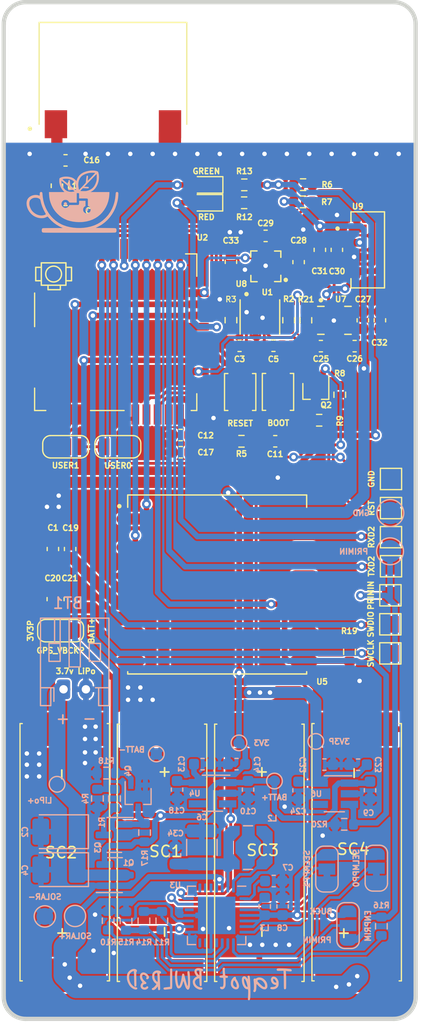
<source format=kicad_pcb>
(kicad_pcb (version 20211014) (generator pcbnew)
  (layers (0 "F.Cu" signal) (31 "B.Cu" signal) (34 "B.Paste" user) (35 "F.Paste" user) (36 "B.SilkS" user "B.Silkscreen") (37 "F.SilkS" user "F.Silkscreen") (38 "B.Mask" user) (39 "F.Mask" user) (44 "Edge.Cuts" user))
  (net 0 "")
  (net 1 "/BATT+")
  (net 2 "GND")
  (net 3 "/USER0")
  (net 4 "Net-(BT1-Pad1)")
  (net 5 "/USER1")
  (net 6 "/RST")
  (net 7 "/SWDIO")
  (net 8 "/SWCLK")
  (net 9 "/RXD2")
  (net 10 "/TXD2")
  (net 11 "/RF")
  (net 12 "Net-(R2-Pad2)")
  (net 13 "Net-(R3-Pad2)")
  (net 14 "/SDA")
  (net 15 "/SCL")
  (net 16 "Net-(SW4-Pad1)")
  (net 17 "/BATT_MEAS")
  (net 18 "+3.3VP")
  (net 19 "+3.3V")
  (net 20 "Net-(D1-Pad1)")
  (net 25 "/GPS_VBCKP")
  (net 26 "Net-(Q3-Pad1)")
  (net 27 "/LED1")
  (net 28 "Net-(Q3-Pad3)")
  (net 29 "Net-(C16-Pad2)")
  (net 30 "Net-(C7-Pad1)")
  (net 31 "/BUCK")
  (net 32 "/SELMPP0")
  (net 33 "/SELMPP1")
  (net 34 "/SOLAR+")
  (net 36 "/PWR_STATUS")
  (net 38 "Net-(L2-Pad2)")
  (net 40 "Net-(L3-Pad2)")
  (net 44 "Net-(D2-Pad1)")
  (net 45 "/LED2")
  (net 46 "/LDO_EN")
  (net 48 "/PWR_STATUS_IN")
  (net 49 "Net-(C34-Pad1)")
  (net 50 "/PRIM")
  (net 51 "Net-(JP5-Pad2)")
  (net 52 "/FB_PRIM_U")
  (net 53 "/FB_PRIM_D")
  (net 54 "/BATT_MEAS_EN")
  (net 55 "/GPS_FORCE_ON")
  (net 56 "/PHREAL_PWR_EN")
  (net 57 "/IMU_INT")
  (net 58 "/GPS_RXD")
  (net 59 "/GPS_TXD")
  (net 67 "Net-(C28-Pad1)")
  (net 69 "Net-(R21-Pad2)")
  (net 73 "/MAG_INT")
  (net 74 "/PRIMIN")
  (footprint "Resistor_SMD:R_0603_1608Metric" (layer "F.Cu") (at 155.89 92.81 180)
    (fp_text reference "R9")
    (fp_text value "1M")
  )
  (footprint "Resistor_SMD:R_0603_1608Metric" (layer "F.Cu") (at 149.18 73.37 180)
    (fp_text reference "R12")
    (fp_text value "1K")
  )
  (footprint "Teapot:KXOB25-05X3F" (layer "F.Cu") (at 158.94 131.45 90)
    (fp_text reference "SC4")
    (fp_text value "KXOB25-05X3F")
  )
  (footprint "Capacitor_SMD:C_0603_1608Metric" (layer "F.Cu") (at 151.8 86.15 180)
    (fp_text reference "C5")
    (fp_text value "0.1uF")
  )
  (footprint "Button_Switch_SMD:SW_SPST_B3U-1000P" (layer "F.Cu") (at 152.205 90.275 90)
    (fp_text reference "SW4")
    (fp_text value "BOOT")
  )
  (footprint "Capacitor_SMD:C_0603_1608Metric" (layer "F.Cu") (at 143.51 95.67)
    (fp_text reference "C17")
    (fp_text value "10uF")
  )
  (footprint "Capacitor_SMD:C_0603_1608Metric" (layer "F.Cu") (at 159.79 83.875 90)
    (fp_text reference "C27")
    (fp_text value "2.2uF")
  )
  (footprint "Resistor_SMD:R_0603_1608Metric" (layer "F.Cu") (at 157.73 90.53 -90)
    (fp_text reference "R8")
    (fp_text value "1M")
  )
  (footprint "TestPoint:TestPoint_Pad_1.5x1.5mm" (layer "F.Cu") (at 162.31 98.06 -90)
    (fp_text reference "TP7")
    (fp_text value "GND")
  )
  (footprint "Teapot:XDCR_VEML7700-TT" (layer "F.Cu") (at 160.23 77.58)
    (fp_text reference "U9")
    (fp_text value "VEML7700-TT")
  )
  (footprint "TestPoint:TestPoint_Pad_1.5x1.5mm" (layer "F.Cu") (at 162.31 103.26 -90)
    (fp_text reference "TP4")
    (fp_text value "RXD2")
  )
  (footprint "Package_TO_SOT_SMD:SOT-323_SC-70" (layer "F.Cu") (at 155.59 90.21 -90)
    (fp_text reference "Q2")
    (fp_text value "DMG1012UW")
  )
  (footprint "Capacitor_SMD:C_0603_1608Metric" (layer "F.Cu") (at 133.59 108.8 90)
    (fp_text reference "C21")
    (fp_text value "4.7uF ")
  )
  (footprint "Teapot:KXOB25-05X3F" (layer "F.Cu") (at 142.14 131.45 -90)
    (fp_text reference "SC1")
    (fp_text value "KXOB25-05X3F")
  )
  (footprint "Teapot:KXOB25-05X3F" (layer "F.Cu") (at 150.84 131.45 -90)
    (fp_text reference "SC3")
    (fp_text value "KXOB25-05X3F")
  )
  (footprint "Teapot:XCVR_L86-M33" (layer "F.Cu") (at 146.77 107.99)
    (fp_text reference "U5")
    (fp_text value "L86-M33")
  )
  (footprint "Resistor_SMD:R_0603_1608Metric" (layer "F.Cu") (at 154.44 73.29)
    (fp_text reference "R7")
    (fp_text value "10K")
  )
  (footprint "Jumper:SolderJumper-3_P1.3mm_Bridged12_RoundedPad1.0x1.5mm_NumberLabels" (layer "F.Cu") (at 137.89 95.18 180)
    (fp_text reference "JP1")
    (fp_text value "USER0")
  )
  (footprint "Teapot:RAK3172" (layer "F.Cu") (at 129.945 92.44)
    (fp_text reference "U2")
    (fp_text value "RAK3172")
  )
  (footprint "Capacitor_SMD:C_0603_1608Metric" (layer "F.Cu") (at 132.07 108.8 90)
    (fp_text reference "C20")
    (fp_text value "0.1uF")
  )
  (footprint "Jumper:SolderJumper-3_P1.3mm_Open_RoundedPad1.0x1.5mm_NumberLabels" (layer "F.Cu") (at 132.77 111.62 180)
    (fp_text reference "JP6")
    (fp_text value "GPS_VBCKP")
  )
  (footprint "Resistor_SMD:R_0603_1608Metric" (layer "F.Cu") (at 153.16 83.87 -90)
    (fp_text reference "R2")
    (fp_text value "10K")
  )
  (footprint "TestPoint:TestPoint_Pad_1.5x1.5mm" (layer "F.Cu") (at 162.31 100.66 -90)
    (fp_text reference "TP5")
    (fp_text value "RST")
  )
  (footprint "Capacitor_SMD:C_0603_1608Metric" (layer "F.Cu") (at 159.06 86.185 180)
    (fp_text reference "C26")
    (fp_text value "0.1uF")
  )
  (footprint "LED_SMD:LED_0603_1608Metric" (layer "F.Cu") (at 145.7925 71.77 180)
    (fp_text reference "D2")
    (fp_text value "GREEN")
  )
  (footprint "Capacitor_SMD:C_0603_1608Metric" (layer "F.Cu") (at 155.95 77.58 -90)
    (fp_text reference "C31")
    (fp_text value "10uF")
  )
  (footprint "Capacitor_SMD:C_0603_1608Metric" (layer "F.Cu") (at 143.5 94.13)
    (fp_text reference "C12")
    (fp_text value "0.1uF")
  )
  (footprint "Resistor_SMD:R_0603_1608Metric" (layer "F.Cu") (at 148.94 94.69)
    (fp_text reference "R5")
    (fp_text value "1K")
  )
  (footprint "LED_SMD:LED_0603_1608Metric" (layer "F.Cu") (at 145.78 73.37 180)
    (fp_text reference "D1")
    (fp_text value "RED")
  )
  (footprint "Teapot:XDCR_ANT-915-USP410" (layer "F.Cu") (at 137.45 61.8)
    (fp_text reference "E1")
    (fp_text value "ANT-915-USP410")
  )
  (footprint "Capacitor_SMD:C_0603_1608Metric" (layer "F.Cu") (at 154.05 78.675 -90)
    (fp_text reference "C28")
    (fp_text value "0.1uF")
  )
  (footprint "Capacitor_SMD:C_0603_1608Metric" (layer "F.Cu") (at 151.1 76.33 180)
    (fp_text reference "C29")
    (fp_text value "1uF")
  )
  (footprint "Button_Switch_SMD:SW_SPST_B3U-1000P" (layer "F.Cu") (at 148.825 90.285 -90)
    (fp_text reference "SW3")
    (fp_text value "RESET")
  )
  (footprint "Teapot:PQFN50P250X300X97-14N_0.59x0.30" (layer "F.Cu") (at 157.3 83.88)
    (fp_text reference "U7")
    (fp_text value "LSM6DSOXTR")
  )
  (footprint "TestPoint:TestPoint_Pad_1.5x1.5mm" (layer "F.Cu") (at 162.31 105.86 -90)
    (fp_text reference "TP2")
    (fp_text value "TXD2")
  )
  (footprint "Resistor_SMD:R_0603_1608Metric" (layer "F.Cu") (at 148 83.865 90)
    (fp_text reference "R3")
    (fp_text value "10K")
  )
  (footprint "TestPoint:TestPoint_Pad_1.5x1.5mm" (layer "F.Cu") (at 162.26 108.46 180)
    (fp_text reference "TP1")
    (fp_text value "PRIMIN")
  )
  (footprint "Resistor_SMD:R_0603_1608Metric" (layer "F.Cu") (at 149.1925 71.77 180)
    (fp_text reference "R13")
    (fp_text value "1K")
  )
  (footprint "Teapot:KXOB25-05X3F" (layer "F.Cu") (at 132.84 131.45 90)
    (fp_text reference "SC2")
    (fp_text value "KXOB25-05X3F")
  )
  (footprint "Capacitor_SMD:C_0603_1608Metric" (layer "F.Cu") (at 133.62 104.32 90)
    (fp_text reference "C19")
    (fp_text value "0.1uF")
  )
  (footprint "Teapot:LGA12_ST" (layer "F.Cu") (at 151.11 79.045 180)
    (fp_text reference "U8")
    (fp_text value "LIS3MDL")
  )
  (footprint "Resistor_SMD:R_0603_1608Metric" (layer "F.Cu") (at 158.6 113.515 90)
    (fp_text reference "R19")
    (fp_text value "1M")
  )
  (footprint "Capacitor_SMD:C_0603_1608Metric" (layer "F.Cu") (at 161.32 83.875 90)
    (fp_text reference "C32")
    (fp_text value "10uF")
  )
  (footprint "TestPoint:TestPoint_Pad_1.5x1.5mm" (layer "F.Cu") (at 162.25 113.65 -90)
    (fp_text reference "TP6")
    (fp_text value "SWCLK")
  )
  (footprint "Capacitor_SMD:C_0603_1608Metric" (layer "F.Cu") (at 157.47 77.58 -90)
    (fp_text reference "C30")
    (fp_text value "0.1uF")
  )
  (footprint "Teapot:BME680-PSON80P300X300X100-8N" (layer "F.Cu") (at 150.59 83.58 90)
    (fp_text reference "U1")
    (fp_text value "BME680")
  )
  (footprint "Resistor_SMD:R_0603_1608Metric" (layer "F.Cu") (at 154.45 71.75)
    (fp_text reference "R6")
    (fp_text value "10K")
  )
  (footprint "Capacitor_SMD:C_0603_1608Metric" (layer "F.Cu") (at 151.96 94.69 180)
    (fp_text reference "C11")
    (fp_text value "0.1uF")
  )
  (footprint "Resistor_SMD:R_0603_1608Metric" (layer "F.Cu") (at 154.7 83.875 90)
    (fp_text reference "R21")
    (fp_text value "10K")
  )
  (footprint "Capacitor_SMD:C_0603_1608Metric" (layer "F.Cu") (at 133.21 69.58 180)
    (fp_text reference "C16")
    (fp_text value "? F")
  )
  (footprint "Capacitor_SMD:C_0603_1608Metric" (layer "F.Cu") (at 156.04 86.185)
    (fp_text reference "C25")
    (fp_text value "0.1uF")
  )
  (footprint "Capacitor_SMD:C_0603_1608Metric" (layer "F.Cu") (at 132.08 104.32 90)
    (fp_text reference "C1")
    (fp_text value "10uF")
  )
  (footprint "Teapot:EdgeCut_BWLR1D" (layer "F.Cu") (at 149.37 98.31)
    (fp_text reference "REF**")
    (fp_text value "EdgeCut_BWLR1D")
    (fp_line (start -20.212138 -42.813157) (end -20.117152 -42.83508) (layer "Edge.Cuts") (width 0.380999))
    (fp_line (start -21.674642 46.247467) (end -21.682223 46.147762) (layer "Edge.Cuts") (width 0.380999))
    (fp_line (start 14.568186 -42.29993) (end 14.635319 -42.229384) (layer "Edge.Cuts") (width 0.380999))
    (fp_line (start -21.491177 -41.762839) (end -21.44782 -41.847493) (layer "Edge.Cuts") (width 0.380999))
    (fp_line (start -19.721479 -42.874967) (end -19.721479 -42.874967) (layer "Edge.Cuts") (width 0.380999))
    (fp_line (start 13.277275 -42.872554) (end 13.373969 -42.86536) (layer "Edge.Cuts") (width 0.380999))
    (fp_line (start -21.530494 -41.675872) (end -21.491177 -41.762839) (layer "Edge.Cuts") (width 0.380999))
    (fp_line (start -21.662158 -41.210658) (end -21.644892 -41.30734) (layer "Edge.Cuts") (width 0.380999))
    (fp_line (start 13.750918 -42.790103) (end 13.841895 -42.760002) (layer "Edge.Cuts") (width 0.380999))
    (fp_line (start -21.44782 -41.847493) (end -21.400546 -41.92971) (layer "Edge.Cuts") (width 0.380999))
    (fp_line (start 14.906262 46.982555) (end 14.858988 47.064772) (layer "Edge.Cuts") (width 0.380999))
    (fp_line (start 15.133614 -41.105715) (end 15.140809 -41.009021) (layer "Edge.Cuts") (width 0.380999))
    (fp_line (start 15.143222 46.046731) (end 15.143222 46.046731) (layer "Edge.Cuts") (width 0.380999))
    (fp_line (start -21.622968 46.537389) (end -21.644891 46.442404) (layer "Edge.Cuts") (width 0.380999))
    (fp_line (start 14.031093 47.816429) (end 13.944126 47.855746) (layer "Edge.Cuts") (width 0.380999))
    (fp_line (start -21.109741 47.434993) (end -21.174748 47.366808) (layer "Edge.Cuts") (width 0.380999))
    (fp_line (start 15.143222 46.046731) (end 15.140667 46.147762) (layer "Edge.Cuts") (width 0.380999))
    (fp_line (start 14.864705 -41.919671) (end 14.911931 -41.836166) (layer "Edge.Cuts") (width 0.380999))
    (fp_line (start 15.028256 -41.573639) (end 15.058357 -41.482663) (layer "Edge.Cuts") (width 0.380999))
    (fp_line (start -20.485684 -42.720681) (end -20.396527 -42.755835) (layer "Edge.Cuts") (width 0.380999))
    (fp_line (start 15.1206 46.345722) (end 15.103334 46.442404) (layer "Edge.Cuts") (width 0.380999))
    (fp_line (start -21.041556 47.5) (end -21.109741 47.434993) (layer "Edge.Cuts") (width 0.380999))
    (fp_line (start 14.428762 47.561708) (end 14.354595 47.619992) (layer "Edge.Cuts") (width 0.380999))
    (fp_line (start -21.62297 -41.402326) (end -21.596513 -41.495492) (layer "Edge.Cuts") (width 0.380999))
    (fp_line (start 14.813363 -42.000907) (end 14.864705 -41.919671) (layer "Edge.Cuts") (width 0.380999))
    (fp_line (start -21.294741 -42.086341) (end -21.236457 -42.160508) (layer "Edge.Cuts") (width 0.380999))
    (fp_line (start 13.179921 48.010032) (end -19.721477 48.010032) (layer "Edge.Cuts") (width 0.380999))
    (fp_line (start -20.305303 47.921766) (end -20.396526 47.890899) (layer "Edge.Cuts") (width 0.380999))
    (fp_line (start -21.662156 46.345722) (end -21.674642 46.247467) (layer "Edge.Cuts") (width 0.380999))
    (fp_line (start -20.305304 -42.786701) (end -20.212138 -42.813157) (layer "Edge.Cuts") (width 0.380999))
    (fp_line (start -20.657303 47.773071) (end -20.73952 47.725797) (layer "Edge.Cuts") (width 0.380999))
    (fp_line (start 15.121705 -41.201587) (end 15.133614 -41.105715) (layer "Edge.Cuts") (width 0.380999))
    (fp_line (start 13.575594 47.970145) (end 13.478912 47.98741) (layer "Edge.Cuts") (width 0.380999))
    (fp_line (start -21.491175 46.897901) (end -21.530492 46.810934) (layer "Edge.Cuts") (width 0.380999))
    (fp_line (start 15.08401 -41.390222) (end 15.105148 -41.296476) (layer "Edge.Cuts") (width 0.380999))
    (fp_line (start 14.5 47.5) (end 14.428762 47.561708) (layer "Edge.Cuts") (width 0.380999))
    (fp_line (start 14.42418 -42.430349) (end 14.49764 -42.367064) (layer "Edge.Cuts") (width 0.380999))
    (fp_line (start -20.020469 47.98741) (end -20.117151 47.970145) (layer "Edge.Cuts") (width 0.380999))
    (fp_line (start 15.143222 -40.911666) (end 15.143222 46.046731) (layer "Edge.Cuts") (width 0.380999))
    (fp_line (start -21.349477 47.144429) (end -21.400544 47.064772) (layer "Edge.Cuts") (width 0.380999))
    (fp_line (start -21.596513 -41.495492) (end -21.565647 -41.586715) (layer "Edge.Cuts") (width 0.380999))
    (fp_line (start 13.380657 47.999896) (end 13.280952 48.007478) (layer "Edge.Cuts") (width 0.380999))
    (fp_line (start 13.944126 47.855746) (end 13.85497 47.890899) (layer "Edge.Cuts") (width 0.380999))
    (fp_line (start -21.684778 46.046731) (end -21.684779 -40.911666) (layer "Edge.Cuts") (width 0.380999))
    (fp_line (start 14.993773 -41.662989) (end 15.028256 -41.573639) (layer "Edge.Cuts") (width 0.380999))
    (fp_line (start -21.565646 46.721778) (end -21.596512 46.630555) (layer "Edge.Cuts") (width 0.380999))
    (fp_line (start -20.896153 -42.484929) (end -20.819179 -42.539667) (layer "Edge.Cuts") (width 0.380999))
    (fp_line (start 13.280952 48.007478) (end 13.179921 48.010032) (layer "Edge.Cuts") (width 0.380999))
    (fp_line (start -21.565647 -41.586715) (end -21.530494 -41.675872) (layer "Edge.Cuts") (width 0.380999))
    (fp_line (start -21.349479 -42.009367) (end -21.294741 -42.086341) (layer "Edge.Cuts") (width 0.380999))
    (fp_line (start 13.373969 -42.86536) (end 13.469841 -42.853451) (layer "Edge.Cuts") (width 0.380999))
    (fp_line (start 13.179921 -42.874967) (end 13.179921 -42.874967) (layer "Edge.Cuts") (width 0.380999))
    (fp_line (start 15.133085 46.247467) (end 15.1206 46.345722) (layer "Edge.Cuts") (width 0.380999))
    (fp_line (start 14.949619 46.897901) (end 14.906262 46.982555) (layer "Edge.Cuts") (width 0.380999))
    (fp_line (start -21.644892 -41.30734) (end -21.62297 -41.402326) (layer "Edge.Cuts") (width 0.380999))
    (fp_line (start -19.721477 48.010032) (end -19.822509 48.007478) (layer "Edge.Cuts") (width 0.380999))
    (fp_line (start 14.197964 47.725797) (end 14.115747 47.773071) (layer "Edge.Cuts") (width 0.380999))
    (fp_line (start 14.347967 -42.48972) (end 14.42418 -42.430349) (layer "Edge.Cuts") (width 0.380999))
    (fp_line (start 13.478912 47.98741) (end 13.380657 47.999896) (layer "Edge.Cuts") (width 0.380999))
    (fp_line (start -21.109742 -42.29993) (end -21.041558 -42.364938) (layer "Edge.Cuts") (width 0.380999))
    (fp_line (start 13.67058 47.948222) (end 13.575594 47.970145) (layer "Edge.Cuts") (width 0.380999))
    (fp_line (start -21.400544 47.064772) (end -21.447818 46.982555) (layer "Edge.Cuts") (width 0.380999))
    (fp_line (start -20.485683 47.855746) (end -20.572649 47.816429) (layer "Edge.Cuts") (width 0.380999))
    (fp_line (start -21.682225 -41.012698) (end -21.674643 -41.112403) (layer "Edge.Cuts") (width 0.380999))
    (fp_line (start 14.187927 -42.596451) (end 14.269163 -42.54511) (layer "Edge.Cuts") (width 0.380999))
    (fp_line (start 14.694899 47.295571) (end 14.633192 47.366808) (layer "Edge.Cuts") (width 0.380999))
    (fp_line (start -20.970319 47.561708) (end -21.041556 47.5) (layer "Edge.Cuts") (width 0.380999))
    (fp_line (start 13.469841 -42.853451) (end 13.564731 -42.836894) (layer "Edge.Cuts") (width 0.380999))
    (fp_line (start -21.174748 47.366808) (end -21.236456 47.295571) (layer "Edge.Cuts") (width 0.380999))
    (fp_line (start 14.115747 47.773071) (end 14.031093 47.816429) (layer "Edge.Cuts") (width 0.380999))
    (fp_line (start 14.018807 -42.686723) (end 14.104422 -42.643678) (layer "Edge.Cuts") (width 0.380999))
    (fp_line (start -20.657304 -42.638008) (end -20.572651 -42.681365) (layer "Edge.Cuts") (width 0.380999))
    (fp_line (start 14.753183 47.221403) (end 14.694899 47.295571) (layer "Edge.Cuts") (width 0.380999))
    (fp_line (start -20.97032 -42.426645) (end -20.896153 -42.484929) (layer "Edge.Cuts") (width 0.380999))
    (fp_line (start -20.739522 -42.590734) (end -20.657304 -42.638008) (layer "Edge.Cuts") (width 0.380999))
    (fp_line (start -20.572649 47.816429) (end -20.657303 47.773071) (layer "Edge.Cuts") (width 0.380999))
    (fp_line (start -21.682223 46.147762) (end -21.684778 46.046731) (layer "Edge.Cuts") (width 0.380999))
    (fp_line (start 14.954976 -41.750552) (end 14.993773 -41.662989) (layer "Edge.Cuts") (width 0.380999))
    (fp_line (start -21.041558 -42.364938) (end -20.97032 -42.426645) (layer "Edge.Cuts") (width 0.380999))
    (fp_line (start 15.054955 46.630555) (end 15.024089 46.721778) (layer "Edge.Cuts") (width 0.380999))
    (fp_line (start 13.841895 -42.760002) (end 13.931245 -42.72552) (layer "Edge.Cuts") (width 0.380999))
    (fp_line (start 15.103334 46.442404) (end 15.081412 46.537389) (layer "Edge.Cuts") (width 0.380999))
    (fp_line (start -20.819179 -42.539667) (end -20.739522 -42.590734) (layer "Edge.Cuts") (width 0.380999))
    (fp_line (start 14.104422 -42.643678) (end 14.187927 -42.596451) (layer "Edge.Cuts") (width 0.380999))
    (fp_line (start 15.143222 -40.911666) (end 15.143222 -40.911666) (layer "Edge.Cuts") (width 0.380999))
    (fp_line (start -20.117152 -42.83508) (end -20.02047 -42.852346) (layer "Edge.Cuts") (width 0.380999))
    (fp_line (start 14.49764 -42.367064) (end 14.568186 -42.29993) (layer "Edge.Cuts") (width 0.380999))
    (fp_line (start -19.822509 48.007478) (end -19.922213 47.999896) (layer "Edge.Cuts") (width 0.380999))
    (fp_line (start -21.644891 46.442404) (end -21.662156 46.345722) (layer "Edge.Cuts") (width 0.380999))
    (fp_line (start 14.354595 47.619992) (end 14.277621 47.67473) (layer "Edge.Cuts") (width 0.380999))
    (fp_line (start -21.596512 46.630555) (end -21.622968 46.537389) (layer "Edge.Cuts") (width 0.380999))
    (fp_line (start -19.922215 -42.864831) (end -19.82251 -42.872413) (layer "Edge.Cuts") (width 0.380999))
    (fp_line (start -19.721477 48.010032) (end -19.721477 48.010032) (layer "Edge.Cuts") (width 0.380999))
    (fp_line (start 13.179921 -42.874967) (end 13.277275 -42.872554) (layer "Edge.Cuts") (width 0.380999))
    (fp_line (start 14.988936 46.810934) (end 14.949619 46.897901) (layer "Edge.Cuts") (width 0.380999))
    (fp_line (start -21.236456 47.295571) (end -21.29474 47.221403) (layer "Edge.Cuts") (width 0.380999))
    (fp_line (start 15.105148 -41.296476) (end 15.121705 -41.201587) (layer "Edge.Cuts") (width 0.380999))
    (fp_line (start 15.140809 -41.009021) (end 15.143222 -40.911666) (layer "Edge.Cuts") (width 0.380999))
    (fp_line (start -19.922213 47.999896) (end -20.020469 47.98741) (layer "Edge.Cuts") (width 0.380999))
    (fp_line (start -21.684779 -40.911666) (end -21.684779 -40.911666) (layer "Edge.Cuts") (width 0.380999))
    (fp_line (start -21.684779 -40.911666) (end -21.684779 -40.911666) (layer "Edge.Cuts") (width 0.380999))
    (fp_line (start 15.058357 -41.482663) (end 15.08401 -41.390222) (layer "Edge.Cuts") (width 0.380999))
    (fp_line (start 14.269163 -42.54511) (end 14.347967 -42.48972) (layer "Edge.Cuts") (width 0.380999))
    (fp_line (start -20.73952 47.725797) (end -20.819177 47.67473) (layer "Edge.Cuts") (width 0.380999))
    (fp_line (start 13.85497 47.890899) (end 13.763746 47.921766) (layer "Edge.Cuts") (width 0.380999))
    (fp_line (start -19.82251 -42.872413) (end -19.721479 -42.874967) (layer "Edge.Cuts") (width 0.380999))
    (fp_line (start -20.117151 47.970145) (end -20.212137 47.948222) (layer "Edge.Cuts") (width 0.380999))
    (fp_line (start 14.807921 47.144429) (end 14.753183 47.221403) (layer "Edge.Cuts") (width 0.380999))
    (fp_line (start -21.684779 -40.911666) (end -21.682225 -41.012698) (layer "Edge.Cuts") (width 0.380999))
    (fp_line (start 14.858988 47.064772) (end 14.807921 47.144429) (layer "Edge.Cuts") (width 0.380999))
    (fp_line (start -21.674643 -41.112403) (end -21.662158 -41.210658) (layer "Edge.Cuts") (width 0.380999))
    (fp_line (start -21.530492 46.810934) (end -21.565646 46.721778) (layer "Edge.Cuts") (width 0.380999))
    (fp_line (start 15.081412 46.537389) (end 15.054955 46.630555) (layer "Edge.Cuts") (width 0.380999))
    (fp_line (start 14.568186 -42.29993) (end 14.568186 -42.29993) (layer "Edge.Cuts") (width 0.380999))
    (fp_line (start -20.212137 47.948222) (end -20.305303 47.921766) (layer "Edge.Cuts") (width 0.380999))
    (fp_line (start 14.757974 -42.079711) (end 14.813363 -42.000907) (layer "Edge.Cuts") (width 0.380999))
    (fp_line (start -20.572651 -42.681365) (end -20.485684 -42.720681) (layer "Edge.Cuts") (width 0.380999))
    (fp_line (start 13.179921 48.010032) (end 13.179921 48.010032) (layer "Edge.Cuts") (width 0.380999))
    (fp_line (start -20.896152 47.619992) (end -20.970319 47.561708) (layer "Edge.Cuts") (width 0.380999))
    (fp_line (start 13.763746 47.921766) (end 13.67058 47.948222) (layer "Edge.Cuts") (width 0.380999))
    (fp_line (start 14.568184 47.434993) (end 14.5 47.5) (layer "Edge.Cuts") (width 0.380999))
    (fp_line (start -20.396527 -42.755835) (end -20.305304 -42.786701) (layer "Edge.Cuts") (width 0.380999))
    (fp_line (start 14.277621 47.67473) (end 14.197964 47.725797) (layer "Edge.Cuts") (width 0.380999))
    (fp_line (start -21.29474 47.221403) (end -21.349477 47.144429) (layer "Edge.Cuts") (width 0.380999))
    (fp_line (start 14.635319 -42.229384) (end 14.698604 -42.155924) (layer "Edge.Cuts") (width 0.380999))
    (fp_line (start -21.447818 46.982555) (end -21.491175 46.897901) (layer "Edge.Cuts") (width 0.380999))
    (fp_line (start -21.684778 46.046731) (end -21.684778 46.046731) (layer "Edge.Cuts") (width 0.380999))
    (fp_line (start -21.400546 -41.92971) (end -21.349479 -42.009367) (layer "Edge.Cuts") (width 0.380999))
    (fp_line (start 13.658477 -42.815756) (end 13.750918 -42.790103) (layer "Edge.Cuts") (width 0.380999))
    (fp_line (start -20.396526 47.890899) (end -20.485683 47.855746) (layer "Edge.Cuts") (width 0.380999))
    (fp_line (start 14.633192 47.366808) (end 14.568184 47.434993) (layer "Edge.Cuts") (width 0.380999))
    (fp_line (start -19.721479 -42.874967) (end 13.179921 -42.874967) (layer "Edge.Cuts") (width 0.380999))
    (fp_line (start 15.140667 46.147762) (end 15.133085 46.247467) (layer "Edge.Cuts") (width 0.380999))
    (fp_line (start -21.236457 -42.160508) (end -21.17475 -42.231746) (layer "Edge.Cuts") (width 0.380999))
    (fp_line (start -21.17475 -42.231746) (end -21.109742 -42.29993) (layer "Edge.Cuts") (width 0.380999))
    (fp_line (start 13.931245 -42.72552) (end 14.018807 -42.686723) (layer "Edge.Cuts") (width 0.380999))
    (fp_line (start 14.911931 -41.836166) (end 14.954976 -41.750552) (layer "Edge.Cuts") (width 0.380999))
    (fp_line (start 13.564731 -42.836894) (end 13.658477 -42.815756) (layer "Edge.Cuts") (width 0.380999))
    (fp_line (start -20.819177 47.67473) (end -20.896152 47.619992) (layer "Edge.Cuts") (width 0.380999))
    (fp_line (start 14.698604 -42.155924) (end 14.757974 -42.079711) (layer "Edge.Cuts") (width 0.380999))
    (fp_line (start -20.02047 -42.852346) (end -19.922215 -42.864831) (layer "Edge.Cuts") (width 0.380999))
    (fp_line (start 15.024089 46.721778) (end 14.988936 46.810934) (layer "Edge.Cuts") (width 0.380999))
  )
  (footprint "Capacitor_SMD:C_0603_1608Metric" (layer "F.Cu") (at 133.21 74.13 180)
    (fp_text reference "C15")
    (fp_text value "? F")
  )
  (footprint "Jumper:SolderJumper-3_P1.3mm_Bridged12_RoundedPad1.0x1.5mm_NumberLabels" (layer "F.Cu") (at 133.22 95.18)
    (fp_text reference "JP2")
    (fp_text value "USER1")
  )
  (footprint "Inductor_SMD:L_0603_1608Metric" (layer "F.Cu") (at 132.44 71.85 90)
    (fp_text reference "L1")
    (fp_text value "? H")
  )
  (footprint "Capacitor_SMD:C_0603_1608Metric" (layer "F.Cu") (at 148.77 86.155)
    (fp_text reference "C3")
    (fp_text value "0.1uF")
  )
  (footprint "Capacitor_SMD:C_0603_1608Metric" (layer "F.Cu") (at 148 78.65 90)
    (fp_text reference "C33")
    (fp_text value "0.1uF")
  )
  (footprint "TestPoint:TestPoint_Pad_1.5x1.5mm" (layer "F.Cu") (at 162.25 111.05 -90)
    (fp_text reference "TP3")
    (fp_text value "SWDIO")
  )
  (footprint "Connector_JST:JST_PH_S2B-PH-K_1x02_P2.00mm_Horizontal" (layer "B.Cu") (at 133.03 116.86)
    (fp_text reference "BT1")
    (fp_text value "3.7v LiPo")
  )
  (footprint "Capacitor_SMD:C_0603_1608Metric" (layer "B.Cu") (at 160.435 125.89 -90)
    (fp_text reference "C9")
    (fp_text value "10uF")
  )
  (footprint "Package_TO_SOT_SMD:SOT-323_SC-70" (layer "B.Cu") (at 139.7 126.42 -90)
    (fp_text reference "Q4")
    (fp_text value "DMG1012UW")
  )
  (footprint "Capacitor_SMD:C_0603_1608Metric" (layer "B.Cu") (at 156.355 123.59)
    (fp_text reference "C22")
    (fp_text value "10uF")
  )
  (footprint "Resistor_SMD:R_0603_1608Metric" (layer "B.Cu") (at 161.45 138.04 90)
    (fp_text reference "R16")
    (fp_text value "0")
  )
  (footprint "TestPoint:TestPoint_Pad_D1.0mm" (layer "B.Cu") (at 141.32875 122.64 180)
    (fp_text reference "TP14")
    (fp_text value "BATT-")
  )
  (footprint "TestPoint:TestPoint_Pad_D1.0mm" (layer "B.Cu") (at 148.72 121.65)
    (fp_text reference "TP8")
    (fp_text value "3V3")
  )
  (footprint "Resistor_SMD:R_0603_1608Metric" (layer "B.Cu") (at 138.62 137.57 90)
    (fp_text reference "R15")
    (fp_text value "1M")
  )
  (footprint "Capacitor_SMD:C_0603_1608Metric" (layer "B.Cu") (at 154.045 125.89 -90)
    (fp_text reference "C24")
    (fp_text value "0.1uF")
  )
  (footprint "Capacitor_SMD:C_0603_1608Metric" (layer "B.Cu") (at 152.62 136.27 90)
    (fp_text reference "C8")
    (fp_text value "10uF")
  )
  (footprint "Capacitor_SMD:C_0603_1608Metric" (layer "B.Cu") (at 149.53 125.825 -90)
    (fp_text reference "C10")
    (fp_text value "10uF")
  )
  (footprint "Resistor_SMD:R_0603_1608Metric" (layer "B.Cu") (at 140.22 137.545 90)
    (fp_text reference "R14")
    (fp_text value "400K")
  )
  (footprint "Jumper:SolderJumper-3_P1.3mm_Bridged12_RoundedPad1.0x1.5mm_NumberLabels" (layer "B.Cu") (at 161 132.85 90)
    (fp_text reference "JP3")
    (fp_text value "SELMPP0")
  )
  (footprint "Capacitor_SMD:C_0603_1608Metric" (layer "B.Cu") (at 143 131.7 90)
    (fp_text reference "C34")
    (fp_text value "10uF")
  )
  (footprint "Capacitor_Tantalum_SMD:CP_EIA-3528-15_AVX-H_Pad1.50x2.35mm_HandSolder" (layer "B.Cu") (at 132.61875 129.59 180)
    (fp_text reference "C2")
    (fp_text value "330uF")
  )
  (footprint "Capacitor_Tantalum_SMD:CP_EIA-3528-15_AVX-H_Pad1.50x2.35mm_HandSolder" (layer "B.Cu") (at 132.62375 132.98 180)
    (fp_text reference "C4")
    (fp_text value "330uF")
  )
  (footprint "TestPoint:TestPoint_Pad_D1.0mm" (layer "B.Cu") (at 151.88875 125.06 180)
    (fp_text reference "TP13")
    (fp_text value "BATT+")
  )
  (footprint "Inductor_SMD:L_0603_1608Metric" (layer "B.Cu") (at 151.02 136.27 90)
    (fp_text reference "L3")
    (fp_text value "10uH")
  )
  (footprint "Jumper:SolderJumper-3_P1.3mm_Bridged12_RoundedPad1.0x1.5mm_NumberLabels" (layer "B.Cu") (at 156.58 132.93 90)
    (fp_text reference "JP4")
    (fp_text value "SELMPP1")
  )
  (footprint "Package_DFN_QFN:QFN-28-1EP_5x5mm_P0.5mm_EP3.35x3.35mm" (layer "B.Cu") (at 146.72 137.07 180)
    (fp_text reference "U3")
    (fp_text value "AEM10941-QFN")
  )
  (footprint "TestPoint:TestPoint_Pad_D2.0mm" (layer "B.Cu") (at 162.25 101.1 180)
    (fp_text reference "TP16")
    (fp_text value "GND")
  )
  (footprint "TestPoint:TestPoint_Pad_D1.0mm" (layer "B.Cu") (at 132.45 125.35 180)
    (fp_text reference "TP9")
    (fp_text value "LiPo+")
  )
  (footprint "Resistor_SMD:R_0603_1608Metric" (layer "B.Cu") (at 136.06 126.62 -90)
    (fp_text reference "R4")
    (fp_text value "10M")
  )
  (footprint "Capacitor_SMD:C_0603_1608Metric" (layer "B.Cu") (at 148.5 123.55 180)
    (fp_text reference "C14")
    (fp_text value "1uF")
  )
  (footprint "TestPoint:TestPoint_Pad_D1.0mm" (layer "B.Cu") (at 155.58875 121.52 180)
    (fp_text reference "TP12")
    (fp_text value "3V3P")
  )
  (footprint "TestPoint:TestPoint_Pad_D1.5mm" (layer "B.Cu") (at 131.35875 137.16 -90)
    (fp_text reference "TP11")
    (fp_text value "SOLAR-")
  )
  (footprint "TestPoint:TestPoint_Pad_D1.5mm" (layer "B.Cu") (at 134.06 137.12 -90)
    (fp_text reference "TP10")
    (fp_text value "SOLAR+")
  )
  (footprint "Teapot:TextLogo_BWLR3D" (layer "B.Cu") (at 142.1 142.7 180)
    (fp_text reference "G***")
    (fp_text value "LOGO" hide)
  )
  (footprint "TestPoint:TestPoint_Pad_D2.0mm" (layer "B.Cu") (at 162.225 104.525 180)
    (fp_text reference "TP15")
    (fp_text value "PRIMIN")
  )
  (footprint "Resistor_SMD:R_0603_1608Metric" (layer "B.Cu") (at 141.82 137.545 -90)
    (fp_text reference "R11")
    (fp_text value "100K")
  )
  (footprint "Resistor_SMD:R_0603_1608Metric" (layer "B.Cu") (at 136.86 124.35 180)
    (fp_text reference "R18")
    (fp_text value "1M")
  )
  (footprint "Package_TO_SOT_SMD:SOT-23-5_HandSoldering" (layer "B.Cu") (at 157.245 126.2 180)
    (fp_text reference "U6")
    (fp_text value "XC6215")
  )
  (footprint "Capacitor_SMD:C_1210_3225Metric" (layer "B.Cu") (at 145.4 131 90)
    (fp_text reference "C6")
    (fp_text value "150uF")
  )
  (footprint "Package_TO_SOT_SMD:SOT-23" (layer "B.Cu") (at 137.57 129.88 180)
    (fp_text reference "Q3")
    (fp_text value "PMV32UP")
  )
  (footprint "Teapot:IND_LPS4012-103MRB" (layer "B.Cu") (at 149.53 131.01)
    (fp_text reference "L2")
    (fp_text value "10uH 0.55A")
  )
  (footprint "Capacitor_SMD:C_0603_1608Metric" (layer "B.Cu") (at 145.465 123.55)
    (fp_text reference "C13")
    (fp_text value "10uF")
  )
  (footprint "Teapot:TeapotLogo" (layer "B.Cu") (at 134.3 73.2 180)
    (fp_text reference "G***")
    (fp_text value "LOGO" hide)
  )
  (footprint "Package_TO_SOT_SMD:SOT-23-5_HandSoldering" (layer "B.Cu") (at 146.3525 126.15 180)
    (fp_text reference "U4")
    (fp_text value "XC6215")
  )
  (footprint "Resistor_SMD:R_0603_1608Metric" (layer "B.Cu") (at 137.59 126.625 90)
    (fp_text reference "R1")
    (fp_text value "4.7M")
  )
  (footprint "Capacitor_SMD:C_0603_1608Metric" (layer "B.Cu") (at 159.37 123.6 180)
    (fp_text reference "C23")
    (fp_text value "1uF")
  )
  (footprint "Resistor_SMD:R_0603_1608Metric" (layer "B.Cu") (at 137.02 137.545 90)
    (fp_text reference "R10")
    (fp_text value "1M")
  )
  (footprint "Jumper:SolderJumper-3_P1.3mm_Open_RoundedPad1.0x1.5mm_NumberLabels" (layer "B.Cu") (at 158.47 137.98 -90)
    (fp_text reference "JP5")
    (fp_text value "FB_PRIM_EN")
  )
  (footprint "Teapot:TextLogo_Teapot" (layer "B.Cu") (at 150.012973 143.218656 180)
    (fp_text reference "G***")
    (fp_text value "LOGO" hide)
  )
  (footprint "Resistor_SMD:R_0603_1608Metric" (layer "B.Cu") (at 140.28 129.67 90)
    (fp_text reference "R17")
    (fp_text value "1M")
  )
  (footprint "Package_TO_SOT_SMD:SOT-23" (layer "B.Cu") (at 137.64 133.47)
    (fp_text reference "Q1")
    (fp_text value "AO3407")
  )
  (footprint "Capacitor_SMD:C_0603_1608Metric" (layer "B.Cu") (at 143.18 125.83 -90)
    (fp_text reference "C18")
    (fp_text value "0.1uF")
  )
  (footprint "Resistor_SMD:R_0603_1608Metric" (layer "B.Cu") (at 158.13 128.93 180)
    (fp_text reference "R20")
    (fp_text value "1M")
  )
  (footprint "Capacitor_SMD:C_0603_1608Metric" (layer "B.Cu") (at 151.825 134)
    (fp_text reference "C7")
    (fp_text value "22uF")
  )
  (gr_text "+" (at 132.97 119.61 -180) (layer "B.SilkS") (effects (font (size 1 1)) (justify mirror)))
  (gr_text "ENPRIM" (at 160.25 138.01 90) (layer "B.SilkS") (effects (font (size 0.5 0.5) (thickness 0.125)) (justify mirror)))
  (gr_text "PRIMIN" (at 155.7 139.275) (layer "B.SilkS") (effects (font (size 0.5 0.5) (thickness 0.125)) (justify mirror)))
  (gr_text "-" (at 135.35 119.59 -180) (layer "B.SilkS") (effects (font (size 1 1)) (justify mirror)))
  (gr_text "BUCK" (at 156.05 136.71) (layer "B.SilkS") (effects (font (size 0.5 0.5) (thickness 0.125)) (justify mirror)))
  (gr_text "3V3P" (at 130.075 111.625 90) (layer "F.SilkS") (effects (font (size 0.5 0.5) (thickness 0.125))))
  (gr_text "BATT+" (at 135.525 111.6 90) (layer "F.SilkS") (effects (font (size 0.5 0.5) (thickness 0.125))))
  (gr_text "3.7v LiPo" (at 134.12 115.24) (layer "F.SilkS") (effects (font (size 0.5 0.5) (thickness 0.125))))
  (segment (start 141.7 128.15) (end 138.55 128.15) (width 0.5) (layer "F.Cu") (net 1))
  (segment (start 138.55 128.15) (end 138.53 128.17) (width 0.5) (layer "F.Cu") (net 1))
  (segment (start 137.49 127.13) (end 137.49 137.24) (width 0.5) (layer "F.Cu") (net 1))
  (segment (start 137.49 137.24) (end 138.4945 138.2445) (width 0.5) (layer "F.Cu") (net 1))
  (segment (start 138.53 128.17) (end 137.49 127.13) (width 0.5) (layer "F.Cu") (net 1))
  (segment (start 137.49 115.93) (end 134.07 112.51) (width 0.5) (layer "F.Cu") (net 1))
  (segment (start 137.49 127.13) (end 137.49 115.93) (width 0.5) (layer "F.Cu") (net 1))
  (segment (start 138.4945 138.2445) (end 143.379892 138.2445) (width 0.5) (layer "F.Cu") (net 1))
  (segment (start 134.07 112.51) (end 134.07 111.62) (width 0.5) (layer "F.Cu") (net 1))
  (via (at 143.379892 138.2445) (size 0.8) (drill 0.4) (layers "F.Cu" "B.Cu") (net 1))
  (via (at 141.7 128.15) (size 0.8) (drill 0.4) (layers "F.Cu" "B.Cu") (net 1))
  (segment (start 152.63 128.37) (end 156.541472 128.37) (width 0.5) (layer "B.Cu") (net 1))
  (segment (start 139.12 130.83) (end 139.455 130.495) (width 0.5) (layer "B.Cu") (net 1))
  (segment (start 146.1825 127.5925) (end 145.625 128.15) (width 0.5) (layer "B.Cu") (net 1))
  (segment (start 156.541472 128.37) (end 157.29 127.621472) (width 0.5) (layer "B.Cu") (net 1))
  (segment (start 151.88875 127.62875) (end 152.63 128.37) (width 0.5) (layer "B.Cu") (net 1))
  (segment (start 144.27 138.07) (end 143.554392 138.07) (width 0.25) (layer "B.Cu") (net 1))
  (segment (start 146.1825 125.7925) (end 146.1825 127.5925) (width 0.5) (layer "B.Cu") (net 1))
  (segment (start 158.595 125.25) (end 160.3 125.25) (width 0.5) (layer "B.Cu") (net 1))
  (segment (start 151.87875 125.05) (end 151.88875 125.06) (width 0.5) (layer "B.Cu") (net 1))
  (segment (start 137.01 130.83) (end 136.7025 131.1375) (width 0.5) (layer "B.Cu") (net 1))
  (segment (start 138.5075 130.83) (end 137.01 130.83) (width 0.5) (layer "B.Cu") (net 1))
  (segment (start 143.554392 138.07) (end 143.379892 138.2445) (width 0.25) (layer "B.Cu") (net 1))
  (segment (start 139.455 130.495) (end 140.28 130.495) (width 0.5) (layer "B.Cu") (net 1))
  (segment (start 149.53 125.05) (end 151.87875 125.05) (width 0.5) (layer "B.Cu") (net 1))
  (segment (start 147.7025 125.2) (end 146.775 125.2) (width 0.5) (layer "B.Cu") (net 1))
  (segment (start 147.7025 125.2) (end 149.38 125.2) (width 0.5) (layer "B.Cu") (net 1))
  (segment (start 141.7 128.15) (end 141.2 128.65) (width 0.5) (layer "B.Cu") (net 1))
  (segment (start 151.88875 125.06) (end 151.88875 127.62875) (width 0.5) (layer "B.Cu") (net 1))
  (segment (start 157.64 125.25) (end 158.595 125.25) (width 0.5) (layer "B.Cu") (net 1))
  (segment (start 157.29 125.6) (end 157.64 125.25) (width 0.5) (layer "B.Cu") (net 1))
  (segment (start 140.805 130.495) (end 140.28 130.495) (width 0.5) (layer "B.Cu") (net 1))
  (segment (start 146.775 125.2) (end 146.1825 125.7925) (width 0.5) (layer "B.Cu") (net 1))
  (segment (start 145.625 128.15) (end 141.7 128.15) (width 0.5) (layer "B.Cu") (net 1))
  (segment (start 160.3 125.25) (end 160.435 125.115) (width 0.5) (layer "B.Cu") (net 1))
  (segment (start 157.29 127.621472) (end 157.29 125.6) (width 0.5) (layer "B.Cu") (net 1))
  (segment (start 138.5075 130.83) (end 139.12 130.83) (width 0.5) (layer "B.Cu") (net 1))
  (segment (start 136.7025 131.1375) (end 136.7025 132.52) (width 0.5) (layer "B.Cu") (net 1))
  (segment (start 141.2 130.1) (end 140.805 130.495) (width 0.5) (layer "B.Cu") (net 1))
  (segment (start 141.2 128.65) (end 141.2 130.1) (width 0.5) (layer "B.Cu") (net 1))
  (segment (start 149.38 125.2) (end 149.53 125.05) (width 0.5) (layer "B.Cu") (net 1))
  (segment (start 142.54 67.21) (end 142.54 68.43) (width 2) (layer "F.Cu") (net 2))
  (segment (start 152.01 78.8) (end 152.01 79.3) (width 0.25) (layer "F.Cu") (net 2))
  (segment (start 152.01 79.3) (end 153.9 79.3) (width 0.25) (layer "F.Cu") (net 2))
  (segment (start 153.9 79.3) (end 154.05 79.45) (width 0.25) (layer "F.Cu") (net 2))
  (via (at 132.6 99.55) (size 0.8) (drill 0.4) (layers "F.Cu" "B.Cu") (net 2))
  (via (at 151 69) (size 0.8) (drill 0.4) (layers "F.Cu" "B.Cu") (net 2))
  (via (at 151.1 79) (size 0.8) (drill 0.4) (layers "F.Cu" "B.Cu") (net 2))
  (via (at 141 69) (size 0.8) (drill 0.4) (layers "F.Cu" "B.Cu") (net 2))
  (via (at 129.75 122.6) (size 0.8) (drill 0.4) (layers "F.Cu" "B.Cu") (net 2))
  (via (at 157 69) (size 0.8) (drill 0.4) (layers "F.Cu" "B.Cu") (net 2))
  (via (at 155 69) (size 0.8) (drill 0.4) (layers "F.Cu" "B.Cu") (net 2))
  (via (at 134.95 121.3) (size 0.8) (drill 0.4) (layers "F.Cu" "B.Cu") (net 2))
  (via (at 156.2 129.94) (size 0.8) (drill 0.4) (layers "F.Cu" "B.Cu") (net 2))
  (via (at 150.825 83.65) (size 0.8) (drill 0.4) (layers "F.Cu" "B.Cu") (net 2))
  (via (at 163 69) (size 0.8) (drill 0.4) (layers "F.Cu" "B.Cu") (net 2))
  (via (at 157.2 83.9) (size 0.8) (drill 0.4) (layers "F.Cu" "B.Cu") (net 2))
  (via (at 139.9 117.8) (size 0.8) (drill 0.4) (layers "F.Cu" "B.Cu") (net 2))
  (via (at 130.85 124.65) (size 0.8) (drill 0.4) (layers "F.Cu" "B.Cu") (net 2))
  (via (at 150.8 139.7) (size 0.8) (drill 0.4) (layers "F.Cu" "B.Cu") (net 2))
  (via (at 129.75 123.6) (size 0.8) (drill 0.4) (layers "F.Cu" "B.Cu") (net 2))
  (via (at 130.85 122.6) (size 0.8) (drill 0.4) (layers "F.Cu" "B.Cu") (net 2))
  (via (at 130.85 123.6) (size 0.8) (drill 0.4) (layers "F.Cu" "B.Cu") (net 2))
  (via (at 145.505 138.285) (size 0.8) (drill 0.4) (layers "F.Cu" "B.Cu") (net 2))
  (via (at 161 69) (size 0.8) (drill 0.4) (layers "F.Cu" "B.Cu") (net 2))
  (via (at 146.44 92.61) (size 0.8) (drill 0.4) (layers "F.Cu" "B.Cu") (net 2))
  (via (at 152.8 127.35) (size 0.8) (drill 0.4) (layers "F.Cu" "B.Cu") (net 2))
  (via (at 135.71 140.22) (size 0.8) (drill 0.4) (layers "F.Cu" "B.Cu") (net 2))
  (via (at 145 69) (size 0.8) (drill 0.4) (layers "F.Cu" "B.Cu") (net 2))
  (via (at 134.95 120.2) (size 0.8) (drill 0.4) (layers "F.Cu" "B.Cu") (net 2))
  (via (at 159 69) (size 0.8) (drill 0.4) (layers "F.Cu" "B.Cu") (net 2))
  (via (at 147.83 138.21) (size 0.8) (drill 0.4) (layers "F.Cu" "B.Cu") (net 2))
  (via (at 135.85 137) (size 0.8) (drill 0.4) (layers "F.Cu" "B.Cu") (net 2))
  (via (at 149.25 79.35) (size 0.8) (drill 0.4) (layers "F.Cu" "B.Cu") (net 2))
  (via (at 132.6 100.55) (size 0.8) (drill 0.4) (layers "F.Cu" "B.Cu") (net 2))
  (via (at 138.8 117.8) (size 0.8) (drill 0.4) (layers "F.Cu" "B.Cu") (net 2))
  (via (at 129.75 124.65) (size 0.8) (drill 0.4) (layers "F.Cu" "B.Cu") (net 2))
  (via (at 147 82) (size 0.8) (drill 0.4) (layers "F.Cu" "B.Cu") (net 2))
  (via (at 149 69) (size 0.8) (drill 0.4) (layers "F.Cu" "B.Cu") (net 2))
  (via (at 138.8 116.7) (size 0.8) (drill 0.4) (layers "F.Cu" "B.Cu") (net 2))
  (via (at 154.465 75.765) (size 0.8) (drill 0.4) (layers "F.Cu" "B.Cu") (net 2))
  (via (at 137 69) (size 0.8) (drill 0.4) (layers "F.Cu" "B.Cu") (net 2))
  (via (at 141 117.8) (size 0.8) (drill 0.4) (layers "F.Cu" "B.Cu") (net 2))
  (via (at 149.7 139.7) (size 0.8) (drill 0.4) (layers "F.Cu" "B.Cu") (net 2))
  (via (at 139.9 116.7) (size 0.8) (drill 0.4) (layers "F.Cu" "B.Cu") (net 2))
  (via (at 130 69) (size 0.8) (drill 0.4) (layers "F.Cu" "B.Cu") (net 2))
  (via (at 152 139.7) (size 0.8) (drill 0.4) (layers "F.Cu" "B.Cu") (net 2))
  (via (at 135 69) (size 0.8) (drill 0.4) (layers "F.Cu" "B.Cu") (net 2))
  (via (at 159.5 116.11) (size 0.8) (drill 0.4) (layers "F.Cu" "B.Cu") (net 2))
  (via (at 153.2 139.7) (size 0.8) (drill 0.4) (layers "F.Cu" "B.Cu") (net 2))
  (via (at 131.55 100.55) (size 0.8) (drill 0.4) (layers "F.Cu" "B.Cu") (net 2))
  (via (at 134.95 122.5) (size 0.8) (drill 0.4) (layers "F.Cu" "B.Cu") (net 2))
  (via (at 147 69) (size 0.8) (drill 0.4) (layers "F.Cu" "B.Cu") (net 2))
  (via (at 134.95 123.45) (size 0.8) (drill 0.4) (layers "F.Cu" "B.Cu") (net 2))
  (via (at 143 69) (size 0.8) (drill 0.4) (layers "F.Cu" "B.Cu") (net 2))
  (via (at 159.01 78.21) (size 0.8) (drill 0.4) (layers "F.Cu" "B.Cu") (net 2))
  (via (at 135.9 122.5) (size 0.8) (drill 0.4) (layers "F.Cu" "B.Cu") (net 2))
  (via (at 157.48 74.46) (size 0.8) (drill 0.4) (layers "F.Cu" "B.Cu") (net 2))
  (via (at 149.4 83.15) (size 0.8) (drill 0.4) (layers "F.Cu" "B.Cu") (net 2))
  (via (at 135.9 121.3) (size 0.8) (drill 0.4) (layers "F.Cu" "B.Cu") (net 2))
  (via (at 148.875 76) (size 0.8) (drill 0.4) (layers "F.Cu" "B.Cu") (net 2))
  (via (at 153 69) (size 0.8) (drill 0.4) (layers "F.Cu" "B.Cu") (net 2))
  (via (at 137.52 140.43) (size 0.8) (drill 0.4) (layers "F.Cu" "B.Cu") (net 2))
  (via (at 135.9 120.2) (size 0.8) (drill 0.4) (layers "F.Cu" "B.Cu") (net 2))
  (via (at 139 69) (size 0.8) (drill 0.4) (layers "F.Cu" "B.Cu") (net 2))
  (via (at 152.19 97.94) (size 0.8) (drill 0.4) (layers "F.Cu" "B.Cu") (net 2))
  (via (at 147.9 76) (size 0.8) (drill 0.4) (layers "F.Cu" "B.Cu") (net 2))
  (segment (start 145.22 138.57) (end 145.505 138.285) (width 0.25) (layer "B.Cu") (net 2))
  (segment (start 145.505 138.285) (end 146.72 137.07) (width 0.25) (layer "B.Cu") (net 2))
  (segment (start 146.22 139.52) (end 146.22 137.57) (width 0.25) (layer "B.Cu") (net 2))
  (segment (start 146.22 137.57) (end 146.72 137.07) (width 0.25) (layer "B.Cu") (net 2))
  (segment (start 144.27 138.57) (end 145.22 138.57) (width 0.25) (layer "B.Cu") (net 2))
  (segment (start 144.27 137.07) (end 146.72 137.07) (width 0.25) (layer "B.Cu") (net 2))
  (segment (start 137.89 95.18) (end 137.89 93.8575) (width 0.25) (layer "F.Cu") (net 3))
  (segment (start 137.89 93.8575) (end 139.4475 92.3) (width 0.25) (layer "F.Cu") (net 3))
  (segment (start 134.73875 133.47) (end 134.24875 132.98) (width 1) (layer "B.Cu") (net 4))
  (segment (start 132.45 117.3084) (end 132.8984 116.86) (width 1.5) (layer "B.Cu") (net 4))
  (segment (start 134.24375 129.59) (end 134.24375 127.14375) (width 1.5) (layer "B.Cu") (net 4))
  (segment (start 134.24375 127.14375) (end 132.45 125.35) (width 1.5) (layer "B.Cu") (net 4))
  (segment (start 132.45 125.35) (end 132.45 117.3084) (width 1.5) (layer "B.Cu") (net 4))
  (segment (start 134.24375 132.975) (end 134.24875 132.98) (width 1.5) (layer "B.Cu") (net 4))
  (segment (start 138.5775 133.47) (end 134.73875 133.47) (width 1) (layer "B.Cu") (net 4))
  (segment (start 134.24375 129.59) (end 134.24375 132.975) (width 1.5) (layer "B.Cu") (net 4))
  (segment (start 134.4475 92.9525) (end 134.4475 92.3) (width 0.25) (layer "F.Cu") (net 5))
  (segment (start 133.22 94.18) (end 134.4475 92.9525) (width 0.25) (layer "F.Cu") (net 5))
  (segment (start 133.22 95.18) (end 133.22 94.18) (width 0.25) (layer "F.Cu") (net 5))
  (segment (start 151.5 96.1) (end 153.6 96.1) (width 0.25) (layer "F.Cu") (net 6))
  (segment (start 142.67 90.37) (end 141.4475 91.5925) (width 0.25) (layer "F.Cu") (net 6))
  (segment (start 151.185 94.69) (end 151.185 94.345) (width 0.25) (layer "F.Cu") (net 6))
  (segment (start 158.25 96.5689) (end 158.25 99.85) (width 0.25) (layer "F.Cu") (net 6))
  (segment (start 159.06 100.66) (end 162.31 100.66) (width 0.25) (layer "F.Cu") (net 6))
  (segment (start 151.185 94.69) (end 151.185 95.785) (width 0.25) (layer "F.Cu") (net 6))
  (segment (start 151.185 95.785) (end 151.5 96.1) (width 0.25) (layer "F.Cu") (net 6))
  (segment (start 148.825 91.985) (end 147.21 90.37) (width 0.25) (layer "F.Cu") (net 6))
  (segment (start 147.21 90.37) (end 142.67 90.37) (width 0.25) (layer "F.Cu") (net 6))
  (segment (start 157.7811 96.1) (end 158.25 96.5689) (width 0.25) (layer "F.Cu") (net 6))
  (segment (start 158.25 99.85) (end 159.06 100.66) (width 0.25) (layer "F.Cu") (net 6))
  (segment (start 141.4475 91.5925) (end 141.4475 92.3) (width 0.25) (layer "F.Cu") (net 6))
  (segment (start 151.185 94.345) (end 148.825 91.985) (width 0.25) (layer "F.Cu") (net 6))
  (segment (start 149.765 94.69) (end 151.185 94.69) (width 0.25) (layer "F.Cu") (net 6))
  (via (at 153.6 96.1) (size 0.8) (drill 0.4) (layers "F.Cu" "B.Cu") (net 6))
  (via (at 157.7811 96.1) (size 0.8) (drill 0.4) (layers "F.Cu" "B.Cu") (net 6))
  (segment (start 153.6 96.1) (end 157.7811 96.1) (width 0.25) (layer "B.Cu") (net 6))
  (segment (start 137.4475 78.8975) (end 137.5 78.95) (width 0.5) (layer "F.Cu") (net 7))
  (segment (start 159.65 111.1) (end 162.2 111.1) (width 0.5) (layer "F.Cu") (net 7))
  (segment (start 137.4475 77.5) (end 137.4475 78.8975) (width 0.5) (layer "F.Cu") (net 7))
  (segment (start 162.2 111.1) (end 162.25 111.05) (width 0.5) (layer "F.Cu") (net 7))
  (via (at 159.65 111.1) (size 0.8) (drill 0.4) (layers "F.Cu" "B.Cu") (net 7))
  (via (at 137.5 78.95) (size 0.8) (drill 0.4) (layers "F.Cu" "B.Cu") (net 7))
  (segment (start 138.7 111.1) (end 159.65 111.1) (width 0.5) (layer "B.Cu") (net 7))
  (segment (start 137.5 109.9) (end 138.65 111.05) (width 0.5) (layer "B.Cu") (net 7))
  (segment (start 137.5 78.95) (end 137.5 109.9) (width 0.5) (layer "B.Cu") (net 7))
  (segment (start 138.65 111.05) (end 138.7 111.1) (width 0.5) (layer "B.Cu") (net 7))
  (segment (start 136.4475 77.5) (end 136.4475 78.9475) (width 0.5) (layer "F.Cu") (net 8))
  (segment (start 136.4475 78.9475) (end 136.45 78.95) (width 0.5) (layer "F.Cu") (net 8))
  (segment (start 159.7 113.65) (end 162.25 113.65) (width 0.5) (layer "F.Cu") (net 8))
  (via (at 136.45 78.95) (size 0.8) (drill 0.4) (layers "F.Cu" "B.Cu") (net 8))
  (via (at 159.7 113.65) (size 0.8) (drill 0.4) (layers "F.Cu" "B.Cu") (net 8))
  (segment (start 138 113.65) (end 159.7 113.65) (width 0.5) (layer "B.Cu") (net 8))
  (segment (start 136.45 112.1) (end 138 113.65) (width 0.5) (layer "B.Cu") (net 8))
  (segment (start 136.45 78.95) (end 136.45 112.1) (width 0.5) (layer "B.Cu") (net 8))
  (segment (start 143.4475 78.8975) (end 143.5 78.95) (width 0.5) (layer "F.Cu") (net 9))
  (segment (start 162.25 103.2) (end 162.31 103.26) (width 0.5) (layer "F.Cu") (net 9))
  (segment (start 159.65 103.2) (end 162.25 103.2) (width 0.5) (layer "F.Cu") (net 9))
  (segment (start 143.4475 77.5) (end 143.4475 78.8975) (width 0.5) (layer "F.Cu") (net 9))
  (via (at 159.65 103.2) (size 0.8) (drill 0.4) (layers "F.Cu" "B.Cu") (net 9))
  (via (at 143.5 78.95) (size 0.8) (drill 0.4) (layers "F.Cu" "B.Cu") (net 9))
  (segment (start 143.5 101.7) (end 145 103.2) (width 0.5) (layer "B.Cu") (net 9))
  (segment (start 143.5 78.95) (end 143.5 101.7) (width 0.5) (layer "B.Cu") (net 9))
  (segment (start 145 103.2) (end 159.65 103.2) (width 0.5) (layer "B.Cu") (net 9))
  (segment (start 159.7 105.9) (end 162.27 105.9) (width 0.5) (layer "F.Cu") (net 10))
  (segment (start 142.4475 77.5) (end 142.4475 78.9475) (width 0.5) (layer "F.Cu") (net 10))
  (segment (start 142.4475 78.9475) (end 142.45 78.95) (width 0.5) (layer "F.Cu") (net 10))
  (segment (start 162.27 105.9) (end 162.31 105.86) (width 0.5) (layer "F.Cu") (net 10))
  (via (at 142.45 78.95) (size 0.8) (drill 0.4) (layers "F.Cu" "B.Cu") (net 10))
  (via (at 159.7 105.9) (size 0.8) (drill 0.4) (layers "F.Cu" "B.Cu") (net 10))
  (segment (start 142.45 104.45) (end 143.85 105.85) (width 0.5) (layer "B.Cu") (net 10))
  (segment (start 143.85 105.85) (end 143.9 105.9) (width 0.5) (layer "B.Cu") (net 10))
  (segment (start 142.45 78.95) (end 142.45 104.45) (width 0.5) (layer "B.Cu") (net 10))
  (segment (start 143.9 105.9) (end 159.7 105.9) (width 0.5) (layer "B.Cu") (net 10))
  (segment (start 132.435 74.13) (end 132.435 77.485) (width 1) (layer "F.Cu") (net 11))
  (segment (start 132.435 77.485) (end 132.445 77.495) (width 1) (layer "F.Cu") (net 11))
  (segment (start 132.435 74.13) (end 132.435 72.6425) (width 1) (layer "F.Cu") (net 11))
  (segment (start 132.435 72.6425) (end 132.44 72.6375) (width 0.5) (layer "F.Cu") (net 11))
  (segment (start 153.08 84.775) (end 153.16 84.695) (width 0.25) (layer "F.Cu") (net 12))
  (segment (start 151.8 84.775) (end 153.08 84.775) (width 0.25) (layer "F.Cu") (net 12))
  (segment (start 148 82) (end 148 83.04) (width 0.25) (layer "F.Cu") (net 13))
  (segment (start 150.18 82.375) (end 150.18 81.93) (width 0.25) (layer "F.Cu") (net 13))
  (segment (start 149.95 81.7) (end 148.3 81.7) (width 0.25) (layer "F.Cu") (net 13))
  (segment (start 150.18 81.93) (end 149.95 81.7) (width 0.25) (layer "F.Cu") (net 13))
  (segment (start 148.3 81.7) (end 148 82) (width 0.25) (layer "F.Cu") (net 13))
  (segment (start 135.714362 75.4784) (end 145.094086 75.4784) (width 0.25) (layer "F.Cu") (net 14))
  (segment (start 160.6 71.75) (end 155.275 71.75) (width 0.5) (layer "F.Cu") (net 14))
  (segment (start 159.33 79.913532) (end 158.197658 81.045874) (width 0.5) (layer "F.Cu") (net 14))
  (segment (start 147.35 81.3) (end 150.5 81.3) (width 0.25) (layer "F.Cu") (net 14))
  (segment (start 134.4475 76.745262) (end 135.714362 75.4784) (width 0.25) (layer "F.Cu") (net 14))
  (segment (start 160.915 79.485) (end 161.33 79.07) (width 0.5) (layer "F.Cu") (net 14))
  (segment (start 146.6875 80.6375) (end 147.35 81.3) (width 0.25) (layer "F.Cu") (net 14))
  (segment (start 159.33 79.485) (end 160.915 79.485) (width 0.5) (layer "F.Cu") (net 14))
  (segment (start 146.6875 77.071815) (end 146.6875 80.6375) (width 0.25) (layer "F.Cu") (net 14))
  (segment (start 150.86 80.94) (end 150.86 82.255) (width 0.25) (layer "F.Cu") (net 14))
  (segment (start 149.3 74.8) (end 147.334314 74.8) (width 0.25) (layer "F.Cu") (net 14))
  (segment (start 134.4475 77.5) (end 134.4475 76.745262) (width 0.25) (layer "F.Cu") (net 14))
  (segment (start 161.33 72.48) (end 160.6 71.75) (width 0.5) (layer "F.Cu") (net 14))
  (segment (start 147.334314 74.8) (end 146.6875 75.446814) (width 0.25) (layer "F.Cu") (net 14))
  (segment (start 150.86 80.94) (end 150.86 79.975) (width 0.25) (layer "F.Cu") (net 14))
  (segment (start 161.33 79.07) (end 161.33 72.48) (width 0.5) (layer "F.Cu") (net 14))
  (segment (start 146.6875 75.446814) (end 146.6875 77.1) (width 0.25) (layer "F.Cu") (net 14))
  (segment (start 134.4475 77.5) (end 134.4475 76.7968) (width 0.25) (layer "F.Cu") (net 14))
  (segment (start 154.39 74.0434) (end 154.39 72.07) (width 0.25) (layer "F.Cu") (net 14))
  (segment (start 156.5505 81.541871) (end 156.73 81.721371) (width 0.25) (layer "F.Cu") (net 14))
  (segment (start 153.94 74.4934) (end 154.39 74.0434) (width 0.25) (layer "F.Cu") (net 14))
  (segment (start 145.094086 75.4784) (end 146.6875 77.071815) (width 0.25) (layer "F.Cu") (net 14))
  (segment (start 154.39 72.07) (end 154.71 71.75) (width 0.25) (layer "F.Cu") (net 14))
  (segment (start 153.94 74.4934) (end 153.6334 74.8) (width 0.25) (layer "F.Cu") (net 14))
  (segment (start 150.86 82.255) (end 150.98 82.375) (width 0.25) (layer "F.Cu") (net 14))
  (segment (start 154.71 71.75) (end 155.275 71.75) (width 0.25) (layer "F.Cu") (net 14))
  (segment (start 153.6334 74.8) (end 149.3 74.8) (width 0.25) (layer "F.Cu") (net 14))
  (segment (start 159.33 79.485) (end 159.33 79.913532) (width 0.5) (layer "F.Cu") (net 14))
  (segment (start 150.5 81.3) (end 150.86 80.94) (width 0.25) (layer "F.Cu") (net 14))
  (segment (start 156.73 81.721371) (end 156.73 82.97) (width 0.25) (layer "F.Cu") (net 14))
  (via (at 158.197658 81.045874) (size 0.8) (drill 0.4) (layers "F.Cu" "B.Cu") (net 14))
  (via (at 156.5505 81.541871) (size 0.8) (drill 0.4) (layers "F.Cu" "B.Cu") (net 14))
  (segment (start 157.046497 81.045874) (end 156.5505 81.541871) (width 0.5) (layer "B.Cu") (net 14))
  (segment (start 158.197658 81.045874) (end 157.046497 81.045874) (width 0.5) (layer "B.Cu") (net 14))
  (segment (start 151.75 82.345) (end 151.75 80.7) (width 0.25) (layer "F.Cu") (net 15))
  (segment (start 157.441371 73.29) (end 159.33 75.178629) (width 0.5) (layer "F.Cu") (net 15))
  (segment (start 157.88175 80.44325) (end 158.28 80.045) (width 0.25) (layer "F.Cu") (net 15))
  (segment (start 144.9284 75.8784) (end 146.2875 77.2375) (width 0.25) (layer "F.Cu") (net 15))
  (segment (start 158.88 75.675) (end 158.28 76.275) (width 0.2) (layer "F.Cu") (net 15))
  (segment (start 157.25675 80.44325) (end 157.88175 80.44325) (width 0.25) (layer "F.Cu") (net 15))
  (segment (start 159.33 75.675) (end 158.88 75.675) (width 0.2) (layer "F.Cu") (net 15))
  (segment (start 151.75 80.7) (end 152.00675 80.44325) (width 0.25) (layer "F.Cu") (net 15))
  (segment (start 151.78 82.72) (end 151.78 82.375) (width 0.25) (layer "F.Cu") (net 15))
  (segment (start 157.225 80.475) (end 157.25675 80.44325) (width 0.25) (layer "F.Cu") (net 15))
  (segment (start 150.554595 82.95) (end 151.55 82.95) (width 0.25) (layer "F.Cu") (net 15))
  (segment (start 152.00675 80.44325) (end 152.00675 79.795) (width 0.25) (layer "F.Cu") (net 15))
  (segment (start 149.624595 83.88) (end 150.554595 82.95) (width 0.25) (layer "F.Cu") (net 15))
  (segment (start 147.0775 83.88) (end 149.624595 83.88) (width 0.25) (layer "F.Cu") (net 15))
  (segment (start 158.28 76.275) (end 158.28 80.045) (width 0.2) (layer "F.Cu") (net 15))
  (segment (start 146.2875 83.09) (end 147.0775 83.88) (width 0.25) (layer "F.Cu") (net 15))
  (segment (start 146.2875 77.2375) (end 146.2875 83.09) (width 0.25) (layer "F.Cu") (net 15))
  (segment (start 135.4475 76.35) (end 135.9191 75.8784) (width 0.25) (layer "F.Cu") (net 15))
  (segment (start 151.55 82.95) (end 151.78 82.72) (width 0.25) (layer "F.Cu") (net 15))
  (segment (start 152.00675 80.44325) (end 157.25675 80.44325) (width 0.25) (layer "F.Cu") (net 15))
  (segment (start 155.265 73.29) (end 157.441371 73.29) (width 0.5) (layer "F.Cu") (net 15))
  (segment (start 135.9191 75.8784) (end 144.9284 75.8784) (width 0.25) (layer "F.Cu") (net 15))
  (segment (start 157.225 82.99) (end 157.225 80.475) (width 0.25) (layer "F.Cu") (net 15))
  (segment (start 159.33 75.178629) (end 159.33 75.675) (width 0.5) (layer "F.Cu") (net 15))
  (segment (start 135.4475 77.5) (end 135.4475 76.35) (width 0.25) (layer "F.Cu") (net 15))
  (segment (start 147.375686 89.97) (end 148.665686 91.26) (width 0.25) (layer "F.Cu") (net 16))
  (segment (start 142.504315 89.97) (end 147.375686 89.97) (width 0.25) (layer "F.Cu") (net 16))
  (segment (start 148.665686 91.26) (end 149.95 91.26) (width 0.25) (layer "F.Cu") (net 16))
  (segment (start 140.4475 92.3) (end 140.4475 91.15) (width 0.25) (layer "F.Cu") (net 16))
  (segment (start 149.95 91.26) (end 150.665 91.975) (width 0.25) (layer "F.Cu") (net 16))
  (segment (start 140.8075 90.79) (end 141.684314 90.79) (width 0.25) (layer "F.Cu") (net 16))
  (segment (start 141.684314 90.79) (end 142.504315 89.97) (width 0.25) (layer "F.Cu") (net 16))
  (segment (start 150.665 91.975) (end 152.205 91.975) (width 0.25) (layer "F.Cu") (net 16))
  (segment (start 140.4475 91.15) (end 140.8075 90.79) (width 0.25) (layer "F.Cu") (net 16))
  (segment (start 145.1575 82.5) (end 145.1125 82.455) (width 0.25) (layer "F.Cu") (net 17))
  (segment (start 145.613 82.5) (end 145.1575 82.5) (width 0.25) (layer "F.Cu") (net 17))
  (segment (start 134.05 82.45) (end 145.11 82.45) (width 0.5) (layer "F.Cu") (net 17))
  (segment (start 145.4295 82.455) (end 145.4495 82.475) (width 0.25) (layer "F.Cu") (net 17))
  (via (at 134.05 82.45) (size 0.8) (drill 0.4) (layers "F.Cu" "B.Cu") (net 17))
  (segment (start 136.065 125.8) (end 136.06 125.795) (width 0.5) (layer "B.Cu") (net 17))
  (segment (start 137.59 125.8) (end 137 125.8) (width 0.5) (layer "B.Cu") (net 17))
  (segment (start 137 125.8) (end 136.065 125.8) (width 0.5) (layer "B.Cu") (net 17))
  (segment (start 136.835 125.635) (end 137 125.8) (width 0.5) (layer "B.Cu") (net 17))
  (segment (start 134.0515 88.45) (end 134.0515 82.4515) (width 0.5) (layer "B.Cu") (net 17))
  (segment (start 136.835 115.242714) (end 136.835 125.635) (width 0.5) (layer "B.Cu") (net 17))
  (segment (start 134.0515 82.4515) (end 134.05 82.45) (width 0.5) (layer "B.Cu") (net 17))
  (segment (start 134.0515 112.459214) (end 136.835 115.242714) (width 0.5) (layer "B.Cu") (net 17))
  (segment (start 134.0515 88.45) (end 134.0515 112.459214) (width 0.5) (layer "B.Cu") (net 17))
  (segment (start 159.785 84.645) (end 159.79 84.65) (width 0.25) (layer "F.Cu") (net 18))
  (segment (start 129.88 105.79) (end 129.88 100.38) (width 1) (layer "F.Cu") (net 18))
  (segment (start 151.36 78.125) (end 151.36 77.615) (width 0.25) (layer "F.Cu") (net 18))
  (segment (start 131.48 98.78) (end 131.9 98.36) (width 1) (layer "F.Cu") (net 18))
  (segment (start 150.98 86.105) (end 151.025 86.15) (width 0.25) (layer "F.Cu") (net 18))
  (segment (start 151.36 77.615) (end 151.875 77.1) (width 0.25) (layer "F.Cu") (net 18))
  (segment (start 151.5 75.2) (end 147.5 75.2) (width 0.25) (layer "F.Cu") (net 18))
  (segment (start 159.775 84.65) (end 159.015 83.89) (width 0.25) (layer "F.Cu") (net 18))
  (segment (start 149.63 117.15) (end 143.07 117.15) (width 1) (layer "F.Cu") (net 18))
  (segment (start 147.75 99.28) (end 147.75 99.29) (width 1) (layer "F.Cu") (net 18))
  (segment (start 161.32 84.65) (end 159.79 84.65) (width 0.25) (layer "F.Cu") (net 18))
  (segment (start 150.98 84.826335) (end 151.553665 85.4) (width 0.25) (layer "F.Cu") (net 18))
  (segment (start 150.21 80.59) (end 150.21 79.8) (width 0.25) (layer "F.Cu") (net 18))
  (segment (start 154.435 86.185) (end 155.265 86.185) (width 0.25) (layer "F.Cu") (net 18))
  (segment (start 151.553665 85.4) (end 153.65 85.4) (width 0.25) (layer "F.Cu") (net 18))
  (segment (start 159.89 86.24) (end 159.835 86.185) (width 1) (layer "F.Cu") (net 18))
  (segment (start 159.4432 87.2968) (end 159.89 86.85) (width 0.25) (layer "F.Cu") (net 18))
  (segment (start 133.785 105.095) (end 133.62 105.095) (width 1) (layer "F.Cu") (net 18))
  (segment (start 150.98 84.775) (end 150.98 84.826335) (width 0.25) (layer "F.Cu") (net 18))
  (segment (start 150.98 84.775) (end 150.98 84.57) (width 0.25) (layer "F.Cu") (net 18))
  (segment (start 151.875 77.1) (end 151.875 76.33) (width 0.25) (layer "F.Cu") (net 18))
  (segment (start 131.9 98.36) (end 146.83 98.36) (width 1) (layer "F.Cu") (net 18))
  (segment (start 149.38 84.775) (end 149.38 85.99) (width 0.25) (layer "F.Cu") (net 18))
  (segment (start 149.63 117.15) (end 151.49 117.15) (width 1) (layer "F.Cu") (net 18))
  (segment (start 151.875 76.33) (end 153.78 76.33) (width 0.25) (layer "F.Cu") (net 18))
  (segment (start 157.725 82.475) (end 157.725 82.94) (width 0.25) (layer "F.Cu") (net 18))
  (segment (start 153.78 76.33) (end 154.255 76.805) (width 0.25) (layer "F.Cu") (net 18))
  (segment (start 147.0875 75.6125) (end 147.0875 77.8375) (width 0.25) (layer "F.Cu") (net 18))
  (segment (start 158.405 84.645) (end 159.785 84.645) (width 0.25) (layer "F.Cu") (net 18))
  (segment (start 151.875 76.33) (end 151.9 76.305) (width 0.25) (layer "F.Cu") (net 18))
  (segment (start 159.835 84.695) (end 159.79 84.65) (width 0.25) (layer "F.Cu") (net 18))
  (segment (start 153.65 85.4) (end 154.435 86.185) (width 0.25) (layer "F.Cu") (net 18))
  (segment (start 158.8 82.325) (end 157.875 82.325) (width 0.25) (layer "F.Cu") (net 18))
  (segment (start 155.265 86.185) (end 156.3768 87.2968) (width 0.25) (layer "F.Cu") (net 18))
  (segment (start 159.835 86.185) (end 159.835 84.695) (width 0.25) (layer "F.Cu") (net 18))
  (segment (start 151.42 84.13) (end 152.49 84.13) (width 0.25) (layer "F.Cu") (net 18))
  (segment (start 150.86 78.125) (end 151.36 78.125) (width 0.25) (layer "F.Cu") (net 18))
  (segment (start 137.95 109.26) (end 133.785 105.095) (width 1) (layer "F.Cu") (net 18))
  (segment (start 147.125 77.875) (end 147.0875 77.8375) (width 0.25) (layer "F.Cu") (net 18))
  (segment (start 159.015 83.89) (end 159.015 82.54) (width 0.25) (layer "F.Cu") (net 18))
  (segment (start 159.89 86.85) (end 159.89 86.24) (width 1) (layer "F.Cu") (net 18))
  (segment (start 139.02 109.26) (end 137.95 109.26) (width 1) (layer "F.Cu") (net 18))
  (segment (start 159.89 88.18) (end 159.89 86.85) (width 1) (layer "F.Cu") (net 18))
  (segment (start 156.74 85.03) (end 155.585 86.185) (width 0.2) (layer "F.Cu") (net 18))
  (segment (start 149.9 80.9) (end 150.21 80.59) (width 0.25) (layer "F.Cu") (net 18))
  (segment (start 148.135 84.775) (end 148 84.64) (width 0.25) (layer "F.Cu") (net 18))
  (segment (start 150.98 84.57) (end 151.42 84.13) (width 0.25) (layer "F.Cu") (net 18))
  (segment (start 147.5 75.2) (end 147.0875 75.6125) (width 0.25) (layer "F.Cu") (net 18))
  (segment (start 146.83 98.36) (end 147.75 99.28) (width 1) (layer "F.Cu") (net 18))
  (segment (start 147.515686 80.9) (end 149.9 80.9) (width 0.25) (layer "F.Cu") (net 18))
  (segment (start 151.9 76.305) (end 151.9 75.6) (width 0.25) (layer "F.Cu") (net 18))
  (segment (start 159.015 82.54) (end 158.8 82.325) (width 0.25) (layer "F.Cu") (net 18))
  (segment (start 155.365 86.185) (end 155.265 86.185) (width 0.25) (layer "F.Cu") (net 18))
  (segment (start 130.69 111.62) (end 131.47 111.62) (width 1) (layer "F.Cu") (net 18))
  (segment (start 129.88 105.79) (end 129.88 110.81) (width 1) (layer "F.Cu") (net 18))
  (segment (start 151.02 86.155) (end 151.025 86.15) (width 0.25) (layer "F.Cu") (net 18))
  (segment (start 140.83 109.26) (end 139.02 109.26) (width 1) (layer "F.Cu") (net 18))
  (segment (start 150.21 79.8) (end 150.21 79.3) (width 0.25) (layer "F.Cu") (net 18))
  (segment (start 130.575 105.095) (end 129.88 105.79) (width 1) (layer "F.Cu") (net 18))
  (segment (start 150.98 84.775) (end 150.98 86.105) (width 0.25) (layer "F.Cu") (net 18))
  (segment (start 133.62 105.095) (end 132.08 105.095) (width 1) (layer "F.Cu") (net 18))
  (segment (start 154.255 76.805) (end 155.95 76.805) (width 0.25) (layer "F.Cu") (net 18))
  (segment (start 153.575 73.25) (end 153.615 73.29) (width 0.5) (layer "F.Cu") (net 18))
  (segment (start 149.38 84.775) (end 148.135 84.775) (width 0.25) (layer "F.Cu") (net 18))
  (segment (start 155.95 76.805) (end 155.95 75.45) (width 0.5) (layer "F.Cu") (net 18))
  (segment (start 151.9 75.6) (end 151.5 75.2) (width 0.25) (layer "F.Cu") (net 18))
  (segment (start 152.75 73.25) (end 153.575 73.25) (width 0.5) (layer "F.Cu") (net 18))
  (segment (start 129.88 110.81) (end 130.69 111.62) (width 1) (layer "F.Cu") (net 18))
  (segment (start 129.88 100.38) (end 131.48 98.78) (width 1) (layer "F.Cu") (net 18))
  (segment (start 155.95 76.805) (end 157.47 76.805) (width 0.5) (layer "F.Cu") (net 18))
  (segment (start 147.0875 80.471814) (end 147.515686 80.9) (width 0.25) (layer "F.Cu") (net 18))
  (segment (start 132.08 105.095) (end 130.575 105.095) (width 1) (layer "F.Cu") (net 18))
  (segment (start 148 77.875) (end 147.125 77.875) (width 0.25) (layer "F.Cu") (net 18))
  (segment (start 156.74 84.81) (end 156.74 85.03) (width 0.2) (layer "F.Cu") (net 18))
  (segment (start 149.545 86.155) (end 151.02 86.155) (width 0.25) (layer "F.Cu") (net 18))
  (segment (start 153.16 83.46) (end 153.16 83.045) (width 0.25) (layer "F.Cu") (net 18))
  (segment (start 142 110.43) (end 140.83 109.26) (width 1) (layer "F.Cu") (net 18))
  (segment (start 156.3768 87.2968) (end 159.4432 87.2968) (width 0.25) (layer "F.Cu") (net 18))
  (segment (start 147.0875 77.8375) (end 147.0875 80.471814) (width 0.25) (layer "F.Cu") (net 18))
  (segment (start 157.875 82.325) (end 157.725 82.475) (width 0.25) (layer "F.Cu") (net 18))
  (segment (start 152.49 84.13) (end 153.16 83.46) (width 0.25) (layer "F.Cu") (net 18))
  (segment (start 149.38 85.99) (end 149.545 86.155) (width 0.25) (layer "F.Cu") (net 18))
  (segment (start 142 116.08) (end 142 110.43) (width 1) (layer "F.Cu") (net 18))
  (segment (start 143.07 117.15) (end 142 116.08) (width 1) (layer "F.Cu") (net 18))
  (segment (start 159.79 84.65) (end 159.775 84.65) (width 0.25) (layer "F.Cu") (net 18))
  (segment (start 153.615 73.29) (end 153.615 71.76) (width 0.5) (layer "F.Cu") (net 18))
  (via (at 147.75 99.29) (size 0.8) (drill 0.4) (layers "F.Cu" "B.Cu") (net 18))
  (via (at 150.6 117.15) (size 0.8) (drill 0.4) (layers "F.Cu" "B.Cu") (net 18))
  (via (at 159.89 88.18) (size 0.8) (drill 0.4) (layers "F.Cu" "B.Cu") (net 18))
  (via (at 151.49 117.15) (size 0.8) (drill 0.4) (layers "F.Cu" "B.Cu") (net 18))
  (via (at 152.75 73.25) (size 0.8) (drill 0.4) (layers "F.Cu" "B.Cu") (net 18))
  (via (at 159.52 76.92) (size 0.8) (drill 0.4) (layers "F.Cu" "B.Cu") (net 18))
  (via (at 149.63 117.15) (size 0.8) (drill 0.4) (layers "F.Cu" "B.Cu") (net 18))
  (via (at 155.95 75.45) (size 0.8) (drill 0.4) (layers "F.Cu" "B.Cu") (net 18))
  (segment (start 155.58875 121.52) (end 155.58875 118.94235) (width 1) (layer "B.Cu") (net 18))
  (segment (start 155.95 75.45) (end 153.75 73.25) (width 0.5) (layer "B.Cu") (net 18))
  (segment (start 154.89 117.25) (end 154.79 117.15) (width 1) (layer "B.Cu") (net 18))
  (segment (start 159.6 75.45) (end 159.89 75.74) (width 0.5) (layer "B.Cu") (net 18))
  (segment (start 154.41 101.05) (end 158.35 101.05) (width 1) (layer "B.Cu") (net 18))
  (segment (start 159.89 75.74) (end 159.89 76.99) (width 0.5) (layer "B.Cu") (net 18))
  (segment (start 155.895 125.25) (end 154.18 125.25) (width 0.5) (layer "B.Cu") (net 18))
  (segment (start 155.58875 121.52) (end 155.58875 123.58125) (width 1) (layer "B.Cu") (net 18))
  (segment (start 155.58875 117.94875) (end 154.89 117.25) (width 1) (layer "B.Cu") (net 18))
  (segment (start 154.18 125.25) (end 154.045 125.115) (width 0.5) (layer "B.Cu") (net 18))
  (segment (start 158.35 101.05) (end 159.82 99.58) (width 1) (layer "B.Cu") (net 18))
  (segment (start 155.58875 123.58125) (end 155.58 123.59) (width 0.5) (layer "B.Cu") (net 18))
  (segment (start 159.82 76.92) (end 159.89 76.99) (width 0.25) (layer "B.Cu") (net 18))
  (segment (start 155.95 75.45) (end 159.6 75.45) (width 0.5) (layer "B.Cu") (net 18))
  (segment (start 155.58 123.59) (end 155.58 124.935) (width 1) (layer "B.Cu") (net 18))
  (segment (start 159.82 99.58) (end 159.89 99.51) (width 1) (layer "B.Cu") (net 18))
  (segment (start 151.49 117.15) (end 150.6 117.15) (width 1) (layer "B.Cu") (net 18))
  (segment (start 155.895 125.25) (end 156.68 124.465) (width 0.5) (layer "B.Cu") (net 18))
  (segment (start 157.705001 124.465) (end 157.715001 124.475) (width 0.5) (layer "B.Cu") (net 18))
  (segment (start 156.68 124.465) (end 157.705001 124.465) (width 0.5) (layer "B.Cu") (net 18))
  (segment (start 153.75 73.25) (end 152.75 73.25) (width 0.5) (layer "B.Cu") (net 18))
  (segment (start 159.27 124.475) (end 160.145 123.6) (width 0.5) (layer "B.Cu") (net 18))
  (segment (start 147.75 99.29) (end 149.51 101.05) (width 1) (layer "B.Cu") (net 18))
  (segment (start 155.58875 118.94235) (end 155.58875 117.94875) (width 1) (layer "B.Cu") (net 18))
  (segment (start 159.89 99.51) (end 159.89 88.18) (width 1) (layer "B.Cu") (net 18))
  (segment (start 155.58 124.935) (end 155.895 125.25) (width 0.5) (layer "B.Cu") (net 18))
  (segment (start 159.52 76.92) (end 159.82 76.92) (width 0.25) (layer "B.Cu") (net 18))
  (segment (start 154.79 117.15) (end 151.49 117.15) (width 1) (layer "B.Cu") (net 18))
  (segment (start 150.6 117.15) (end 149.63 117.15) (width 1) (layer "B.Cu") (net 18))
  (segment (start 159.8 76.9) (end 159.89 76.99) (width 0.25) (layer "B.Cu") (net 18))
  (segment (start 149.51 101.05) (end 154.41 101.05) (width 1) (layer "B.Cu") (net 18))
  (segment (start 159.89 76.99) (end 159.89 88.18) (width 0.5) (layer "B.Cu") (net 18))
  (segment (start 157.715001 124.475) (end 159.27 124.475) (width 0.5) (layer "B.Cu") (net 18))
  (segment (start 144.275 94.13) (end 144.275 95.66) (width 0.5) (layer "F.Cu") (net 19))
  (segment (start 156.715 94.165) (end 156.715 92.81) (width 0.5) (layer "F.Cu") (net 19))
  (segment (start 152.23 71.77) (end 152.25 71.75) (width 0.5) (layer "F.Cu") (net 19))
  (segment (start 143.4475 92.3) (end 143.4475 92.6475) (width 0.5) (layer "F.Cu") (net 19))
  (segment (start 143.4475 92.6475) (end 144.275 93.475) (width 0.5) (layer "F.Cu") (net 19))
  (segment (start 144.285 96.355) (end 144.285 95.67) (width 0.25) (layer "F.Cu") (net 19))
  (segment (start 150.0175 71.77) (end 150.0175 73.3575) (width 0.5) (layer "F.Cu") (net 19))
  (segment (start 144.275 95.66) (end 144.285 95.67) (width 0.25) (layer "F.Cu") (net 19))
  (segment (start 148.74 96.19) (end 148.115 95.565) (width 0.5) (layer "F.Cu") (net 19))
  (segment (start 148.74 97.03) (end 148.74 115.39) (width 0.5) (layer "F.Cu") (net 19))
  (segment (start 136.59 96.23) (end 137.02 96.66) (width 0.25) (layer "F.Cu") (net 19))
  (segment (start 143.98 96.66) (end 144.285 96.355) (width 0.25) (layer "F.Cu") (net 19))
  (segment (start 147.555 94.13) (end 144.275 94.13) (width 0.5) (layer "F.Cu") (net 19))
  (segment (start 137.02 96.66) (end 143.98 96.66) (width 0.25) (layer "F.Cu") (net 19))
  (segment (start 151.25 71.77) (end 152.23 71.77) (width 0.5) (layer "F.Cu") (net 19))
  (segment (start 160.6761 94.165) (end 160.9245 94.165) (width 0.5) (layer "F.Cu") (net 19))
  (segment (start 148.73772 97.01228) (end 153.86772 97.01228) (width 0.5) (layer "F.Cu") (net 19))
  (segment (start 148.115 95.565) (end 148.115 94.69) (width 0.5) (layer "F.Cu") (net 19))
  (segment (start 144.275 93.475) (end 144.275 94.13) (width 0.5) (layer "F.Cu") (net 19))
  (segment (start 156.715 94.165) (end 160.6761 94.165) (width 0.5) (layer "F.Cu") (net 19))
  (segment (start 148.73 97.02) (end 148.74 97.03) (width 0.5) (layer "F.Cu") (net 19))
  (segment (start 136.59 95.18) (end 136.59 96.23) (width 0.25) (layer "F.Cu") (net 19))
  (segment (start 150.0175 71.77) (end 150.92 71.77) (width 0.5) (layer "F.Cu") (net 19))
  (segment (start 148.73 97.02) (end 148.73772 97.01228) (width 0.5) (layer "F.Cu") (net 19))
  (segment (start 160.9245 94.165) (end 160.9395 94.15) (width 0.5) (layer "F.Cu") (net 19))
  (segment (start 148.115 94.69) (end 147.555 94.13) (width 0.5) (layer "F.Cu") (net 19))
  (segment (start 148.74 97.03) (end 148.74 96.19) (width 0.5) (layer "F.Cu") (net 19))
  (segment (start 134.52 95.18) (end 136.59 95.18) (width 0.25) (layer "F.Cu") (net 19))
  (segment (start 153.86772 97.01228) (end 156.715 94.165) (width 0.5) (layer "F.Cu") (net 19))
  (segment (start 148.74 115.39) (end 148.73 115.4) (width 0.5) (layer "F.Cu") (net 19))
  (via (at 151.25 71.77) (size 0.8) (drill 0.4) (layers "F.Cu" "B.Cu") (net 19))
  (via (at 148.73 115.4) (size 0.8) (drill 0.4) (layers "F.Cu" "B.Cu") (net 19))
  (via (at 152.25 71.75) (size 0.8) (drill 0.4) (layers "F.Cu" "B.Cu") (net 19))
  (via (at 160.9395 94.15) (size 0.8) (drill 0.4) (layers "F.Cu" "B.Cu") (net 19))
  (segment (start 160.9395 94.15) (end 160.79 94.0005) (width 0.5) (layer "B.Cu") (net 19))
  (segment (start 157.75 72.45) (end 154.35 72.45) (width 0.5) (layer "B.Cu") (net 19))
  (segment (start 145.0025 125.2) (end 145.0025 124.6525) (width 0.5) (layer "B.Cu") (net 19))
  (segment (start 145.7275 124.475) (end 148.35 124.475) (width 0.5) (layer "B.Cu") (net 19))
  (segment (start 153.65 71.75) (end 151.27 71.75) (width 0.5) (layer "B.Cu") (net 19))
  (segment (start 145.0025 124.6525) (end 144.69 124.34) (width 0.5) (layer "B.Cu") (net 19))
  (segment (start 148.72 121.65) (end 148.72 118.3611) (width 0.5) (layer "B.Cu") (net 19))
  (segment (start 148.73 118.3511) (end 148.73 115.4) (width 0.5) (layer "B.Cu") (net 19))
  (segment (start 160.54 87.25) (end 160.54 75.24) (width 0.5) (layer "B.Cu") (net 19))
  (segment (start 144.69 124.34) (end 144.69 123.55) (width 0.5) (layer "B.Cu") (net 19))
  (segment (start 160.79 94.0005) (end 160.79 87.5) (width 0.5) (layer "B.Cu") (net 19))
  (segment (start 149.275 122.205) (end 148.72 121.65) (width 0.5) (layer "B.Cu") (net 19))
  (segment (start 154.35 72.45) (end 153.65 71.75) (width 0.5) (layer "B.Cu") (net 19))
  (segment (start 148.72 118.3611) (end 148.73 118.3511) (width 0.5) (layer "B.Cu") (net 19))
  (segment (start 145.0025 125.2) (end 145.7275 124.475) (width 0.5) (layer "B.Cu") (net 19))
  (segment (start 151.27 71.75) (end 151.25 71.77) (width 0.5) (layer "B.Cu") (net 19))
  (segment (start 145.0025 125.2) (end 143.325 125.2) (width 0.5) (layer "B.Cu") (net 19))
  (segment (start 143.325 125.2) (end 143.18 125.055) (width 0.5) (layer "B.Cu") (net 19))
  (segment (start 160.79 87.5) (end 160.54 87.25) (width 0.5) (layer "B.Cu") (net 19))
  (segment (start 149.275 123.55) (end 149.275 122.205) (width 0.5) (layer "B.Cu") (net 19))
  (segment (start 148.35 124.475) (end 149.275 123.55) (width 0.5) (layer "B.Cu") (net 19))
  (segment (start 160.54 75.24) (end 157.75 72.45) (width 0.5) (layer "B.Cu") (net 19))
  (segment (start 148.355 73.37) (end 146.655 73.37) (width 0.5) (layer "F.Cu") (net 20))
  (segment (start 137.89 111.8) (end 135.665 109.575) (width 1) (layer "F.Cu") (net 25))
  (segment (start 139.02 111.8) (end 137.89 111.8) (width 1) (layer "F.Cu") (net 25))
  (segment (start 132.77 111.62) (end 132.77 109.94) (width 1) (layer "F.Cu") (net 25))
  (segment (start 133.59 109.575) (end 132.405 109.575) (width 1) (layer "F.Cu") (net 25))
  (segment (start 132.405 109.575) (end 132.07 109.575) (width 1) (layer "F.Cu") (net 25))
  (segment (start 132.77 109.94) (end 132.405 109.575) (width 1) (layer "F.Cu") (net 25))
  (segment (start 135.665 109.575) (end 133.59 109.575) (width 1) (layer "F.Cu") (net 25))
  (segment (start 139.7 128.25) (end 139.7 127.42) (width 0.5) (layer "B.Cu") (net 26))
  (segment (start 140.28 128.83) (end 139.7 128.25) (width 0.5) (layer "B.Cu") (net 26))
  (segment (start 138.5075 128.93) (end 140.195 128.93) (width 0.5) (layer "B.Cu") (net 26))
  (segment (start 140.28 128.845) (end 140.28 128.83) (width 0.5) (layer "B.Cu") (net 26))
  (segment (start 140.195 128.93) (end 140.28 128.845) (width 0.5) (layer "B.Cu") (net 26))
  (segment (start 143.175 73.375) (end 144.9 73.375) (width 0.5) (layer "F.Cu") (net 27))
  (segment (start 145.1125 84.455) (end 146.705 84.455) (width 0.5) (layer "F.Cu") (net 27))
  (segment (start 144.9 73.375) (end 144.905 73.37) (width 0.5) (layer "F.Cu") (net 27))
  (segment (start 146.705 84.455) (end 146.725 84.475) (width 0.5) (layer "F.Cu") (net 27))
  (via (at 143.175 73.375) (size 0.8) (drill 0.4) (layers "F.Cu" "B.Cu") (net 27))
  (via (at 146.725 84.475) (size 0.8) (drill 0.4) (layers "F.Cu" "B.Cu") (net 27))
  (segment (start 144.6 77.325) (end 144.6 74.8) (width 0.5) (layer "B.Cu") (net 27))
  (segment (start 146.725 84.475) (end 146.7 84.45) (width 0.5) (layer "B.Cu") (net 27))
  (segment (start 146.7 84.45) (end 145.1 84.45) (width 0.5) (layer "B.Cu") (net 27))
  (segment (start 144.6 74.8) (end 143.175 73.375) (width 0.5) (layer "B.Cu") (net 27))
  (segment (start 144.6 83.95) (end 144.6 77.325) (width 0.5) (layer "B.Cu") (net 27))
  (segment (start 145.1 84.45) (end 144.6 83.95) (width 0.5) (layer "B.Cu") (net 27))
  (segment (start 136.6325 128.3675) (end 137.55 127.45) (width 0.5) (layer "B.Cu") (net 28))
  (segment (start 136.6325 129.88) (end 136.6325 128.3675) (width 0.5) (layer "B.Cu") (net 28))
  (segment (start 137.55 127.45) (end 137.59 127.45) (width 0.5) (layer "B.Cu") (net 28))
  (segment (start 132.435 69.58) (end 132.435 66.435) (width 1) (layer "F.Cu") (net 29))
  (segment (start 132.435 66.435) (end 132.35 66.35) (width 0.5) (layer "F.Cu") (net 29))
  (segment (start 132.44 71.0625) (end 132.44 69.585) (width 1) (layer "F.Cu") (net 29))
  (segment (start 132.44 69.585) (end 132.435 69.58) (width 0.5) (layer "F.Cu") (net 29))
  (segment (start 149.17 135.57) (end 149.2 135.6) (width 0.25) (layer "B.Cu") (net 30))
  (segment (start 149.2 135.6) (end 149.7 135.6) (width 0.25) (layer "B.Cu") (net 30))
  (segment (start 150.1 135.2) (end 150.1 134.4) (width 0.25) (layer "B.Cu") (net 30))
  (segment (start 149.7 135.6) (end 150.1 135.2) (width 0.25) (layer "B.Cu") (net 30))
  (segment (start 150.5 134) (end 151.05 134) (width 0.25) (layer "B.Cu") (net 30))
  (segment (start 150.1 134.4) (end 150.5 134) (width 0.25) (layer "B.Cu") (net 30))
  (segment (start 156.3645 137.04) (end 156.3745 137.05) (width 0.5) (layer "F.Cu") (net 31))
  (segment (start 156.3745 137.05) (end 157.05 137.05) (width 0.5) (layer "F.Cu") (net 31))
  (segment (start 156.3261 137.04) (end 156.3645 137.04) (width 0.5) (layer "F.Cu") (net 31))
  (segment (start 153.9239 137.04) (end 156.3261 137.04) (width 0.5) (layer "F.Cu") (net 31))
  (via (at 153.9239 137.04) (size 0.8) (drill 0.4) (layers "F.Cu" "B.Cu") (net 31))
  (via (at 157.05 137.05) (size 0.8) (drill 0.4) (layers "F.Cu" "B.Cu") (net 31))
  (segment (start 153.9239 133.702086) (end 155.995986 131.63) (width 0.5) (layer "B.Cu") (net 31))
  (segment (start 158.1 137.05) (end 158.47 136.68) (width 0.5) (layer "B.Cu") (net 31))
  (segment (start 149.17 137.07) (end 151.0075 137.07) (width 0.25) (layer "B.Cu") (net 31))
  (segment (start 151.0075 137.07) (end 151.02 137.0575) (width 0.25) (layer "B.Cu") (net 31))
  (segment (start 155.995986 131.63) (end 156.58 131.63) (width 0.5) (layer "B.Cu") (net 31))
  (segment (start 150.5325 136.57) (end 151.02 137.0575) (width 0.25) (layer "B.Cu") (net 31))
  (segment (start 152.62 137.045) (end 151.0325 137.045) (width 0.5) (layer "B.Cu") (net 31))
  (segment (start 150.60375 137.47375) (end 151.02 137.0575) (width 0.25) (layer "B.Cu") (net 31))
  (segment (start 151.0325 137.045) (end 151.02 137.0575) (width 0.25) (layer "B.Cu") (net 31))
  (segment (start 152.62 137.045) (end 153.9189 137.045) (width 0.5) (layer "B.Cu") (net 31))
  (segment (start 153.9239 137.04) (end 153.9239 133.702086) (width 0.5) (layer "B.Cu") (net 31))
  (segment (start 150.0075 138.07) (end 150.60375 137.47375) (width 0.25) (layer "B.Cu") (net 31))
  (segment (start 160.92 131.63) (end 161 131.55) (width 1) (layer "B.Cu") (net 31))
  (segment (start 149.17 137.57) (end 150.5075 137.57) (width 0.25) (layer "B.Cu") (net 31))
  (segment (start 157.05 137.05) (end 158.1 137.05) (width 0.5) (layer "B.Cu") (net 31))
  (segment (start 156.172763 131.63) (end 156.58 131.63) (width 0.25) (layer "B.Cu") (net 31))
  (segment (start 149.17 136.57) (end 150.5325 136.57) (width 0.25) (layer "B.Cu") (net 31))
  (segment (start 150.5075 137.57) (end 150.60375 137.47375) (width 0.25) (layer "B.Cu") (net 31))
  (segment (start 149.17 138.07) (end 150.0075 138.07) (width 0.25) (layer "B.Cu") (net 31))
  (segment (start 153.9189 137.045) (end 153.9239 137.04) (width 0.25) (layer "B.Cu") (net 31))
  (segment (start 158.11 137.04) (end 158.47 136.68) (width 0.25) (layer "B.Cu") (net 31))
  (segment (start 156.58 131.63) (end 160.92 131.63) (width 1) (layer "B.Cu") (net 31))
  (segment (start 148.6 140.7) (end 153.75 140.7) (width 0.25) (layer "B.Cu") (net 32))
  (segment (start 148.22 139.52) (end 148.22 140.32) (width 0.25) (layer "B.Cu") (net 32))
  (segment (start 155.7 138.75) (end 155.7 136.61) (width 0.25) (layer "B.Cu") (net 32))
  (segment (start 148.22 140.32) (end 148.6 140.7) (width 0.25) (layer "B.Cu") (net 32))
  (segment (start 157.68 135.48) (end 160.31 132.85) (width 0.25) (layer "B.Cu") (net 32))
  (segment (start 153.75 140.7) (end 155.7 138.75) (width 0.25) (layer "B.Cu") (net 32))
  (segment (start 155.7 136.61) (end 156.83 135.48) (width 0.25) (layer "B.Cu") (net 32))
  (segment (start 160.31 132.85) (end 161 132.85) (width 0.25) (layer "B.Cu") (net 32))
  (segment (start 156.83 135.48) (end 157.68 135.48) (width 0.25) (layer "B.Cu") (net 32))
  (segment (start 154.6 137.318495) (end 154.6 133.768448) (width 0.25) (layer "B.Cu") (net 33))
  (segment (start 150.073185 138.57) (end 150.873185 137.77) (width 0.25) (layer "B.Cu") (net 33))
  (segment (start 150.873185 137.77) (end 154.148495 137.77) (width 0.25) (layer "B.Cu") (net 33))
  (segment (start 154.148495 137.77) (end 154.6 137.318495) (width 0.25) (layer "B.Cu") (net 33))
  (segment (start 149.17 138.57) (end 150.073185 138.57) (width 0.25) (layer "B.Cu") (net 33))
  (segment (start 156.504224 132.854224) (end 156.58 132.93) (width 0.25) (layer "B.Cu") (net 33))
  (segment (start 154.6 133.768448) (end 155.514224 132.854224) (width 0.25) (layer "B.Cu") (net 33))
  (segment (start 155.514224 132.854224) (end 156.504224 132.854224) (width 0.25) (layer "B.Cu") (net 33))
  (segment (start 146.985 120.475) (end 150.54 120.475) (width 3) (layer "F.Cu") (net 34))
  (segment (start 146.97 133.84) (end 146.97 120.49) (width 0.75) (layer "F.Cu") (net 34))
  (segment (start 141.84 120.475) (end 146.985 120.475) (width 3) (layer "F.Cu") (net 34))
  (segment (start 146.97 120.49) (end 146.985 120.475) (width 0.25) (layer "F.Cu") (net 34))
  (via (at 157.41 143.46) (size 0.8) (drill 0.4) (layers "F.Cu" "B.Cu") (net 34))
  (via (at 159.29 142.5) (size 0.8) (drill 0.4) (layers "F.Cu" "B.Cu") (net 34))
  (via (at 146.97 133.84) (size 0.8) (drill 0.4) (layers "F.Cu" "B.Cu") (net 34))
  (via (at 133.14 141.45) (size 0.8) (drill 0.4) (layers "F.Cu" "B.Cu") (net 34))
  (via (at 158.55 143.24) (size 0.8) (drill 0.4) (layers "F.Cu" "B.Cu") (net 34))
  (via (at 134.51 143.36) (size 0.8) (drill 0.4) (layers "F.Cu" "B.Cu") (net 34))
  (via (at 133.58 142.64) (size 0.8) (drill 0.4) (layers "F.Cu" "B.Cu") (net 34))
  (segment (start 158.33 143.46) (end 158.55 143.24) (width 2) (layer "B.Cu") (net 34))
  (segment (start 133.14 142.425) (end 133.7475 143.0325) (width 2) (layer "B.Cu") (net 34))
  (segment (start 136.06 135.12) (end 139.18 135.12) (width 0.5) (layer "B.Cu") (net 34))
  (segment (start 133.7475 143.0325) (end 133.8325 143.1175) (width 2) (layer "B.Cu") (net 34))
  (segment (start 158.55 143.24) (end 159.29 142.5) (width 2) (layer "B.Cu") (net 34))
  (segment (start 134.07 138.99) (end 134.06 138.98) (width 2) (layer "B.Cu") (net 34))
  (segment (start 147.22 134.09) (end 146.97 133.84) (width 0.25) (layer "B.Cu") (net 34))
  (segment (start 146.72 134.09) (end 146.97 133.84) (width 0.25) (layer "B.Cu") (net 34))
  (segment (start 133.8325 143.1175) (end 134.175 143.46) (width 2) (layer "B.Cu") (net 34))
  (segment (start 134.06 138.98) (end 134.06 137.12) (width 2) (layer "B.Cu") (net 34))
  (segment (start 139.18 135.12) (end 140.68 133.62) (width 0.5) (layer "B.Cu") (net 34))
  (segment (start 140.68 133.62) (end 146.75 133.62) (width 0.5) (layer "B.Cu") (net 34))
  (segment (start 134.06 137.12) (end 136.06 135.12) (width 0.5) (layer "B.Cu") (net 34))
  (segment (start 133.14 142.425) (end 133.14 141.45) (width 2) (layer "B.Cu") (net 34))
  (segment (start 146.75 133.62) (end 146.97 133.84) (width 0.5) (layer "B.Cu") (net 34))
  (segment (start 157.41 143.46) (end 158.33 143.46) (width 2) (layer "B.Cu") (net 34))
  (segment (start 133.14 141.45) (end 133.14 139.92) (width 2) (layer "B.Cu") (net 34))
  (segment (start 133.14 139.92) (end 134.07 138.99) (width 2) (layer "B.Cu") (net 34))
  (segment (start 134.175 143.46) (end 157.41 143.46) (width 2) (layer "B.Cu") (net 34))
  (segment (start 147.22 134.62) (end 147.22 134.09) (width 0.25) (layer "B.Cu") (net 34))
  (segment (start 146.72 134.62) (end 146.72 134.09) (width 0.25) (layer "B.Cu") (net 34))
  (segment (start 150.25 100.15) (end 151.5239 98.8761) (width 0.25) (layer "F.Cu") (net 36))
  (segment (start 150.25 115.55) (end 150.25 100.15) (width 0.25) (layer "F.Cu") (net 36))
  (segment (start 155.05 135.22) (end 155.05 117) (width 0.25) (layer "F.Cu") (net 36))
  (segment (start 154.35 116.3) (end 151 116.3) (width 0.25) (layer "F.Cu") (net 36))
  (segment (start 154.18 136.07) (end 154.19 136.08) (width 0.25) (layer "F.Cu") (net 36))
  (segment (start 156.75 95.55) (end 157.29 95.01) (width 0.25) (layer "F.Cu") (net 36))
  (segment (start 156.24 89.21) (end 156.24 88.4) (width 0.5) (layer "F.Cu") (net 36))
  (segment (start 143.266948 136.07) (end 154.18 136.07) (width 0.25) (layer "F.Cu") (net 36))
  (segment (start 151 116.3) (end 150.25 115.55) (width 0.25) (layer "F.Cu") (net 36))
  (segment (start 156.75 98.5) (end 156.75 95.55) (width 0.25) (layer "F.Cu") (net 36))
  (segment (start 157.29 95.01) (end 157.81 95.01) (width 0.25) (layer "F.Cu") (net 36))
  (segment (start 151.5239 98.8761) (end 156.3739 98.8761) (width 0.25) (layer "F.Cu") (net 36))
  (segment (start 142.689934 135.492986) (end 143.266948 136.07) (width 0.25) (layer "F.Cu") (net 36))
  (segment (start 156.24 88.4) (end 156.44 88.2) (width 0.5) (layer "F.Cu") (net 36))
  (segment (start 156.24 89.21) (end 157.235 89.21) (width 0.5) (layer "F.Cu") (net 36))
  (segment (start 157.235 89.21) (end 157.73 89.705) (width 0.5) (layer "F.Cu") (net 36))
  (segment (start 154.19 136.08) (end 155.05 135.22) (width 0.25) (layer "F.Cu") (net 36))
  (segment (start 155.05 117) (end 154.35 116.3) (width 0.25) (layer "F.Cu") (net 36))
  (segment (start 156.3739 98.8761) (end 156.75 98.5) (width 0.25) (layer "F.Cu") (net 36))
  (via (at 142.689934 135.492986) (size 0.8) (drill 0.4) (layers "F.Cu" "B.Cu") (net 36))
  (via (at 157.81 95.01) (size 0.8) (drill 0.4) (layers "F.Cu" "B.Cu") (net 36))
  (via (at 156.44 88.2) (size 0.8) (drill 0.4) (layers "F.Cu" "B.Cu") (net 36))
  (segment (start 157.81 89.57) (end 156.44 88.2) (width 0.25) (layer "B.Cu") (net 36))
  (segment (start 143.266948 136.07) (end 142.689934 135.492986) (width 0.25) (layer "B.Cu") (net 36))
  (segment (start 143.39 136.07) (end 143.266948 136.07) (width 0.25) (layer "B.Cu") (net 36))
  (segment (start 144.27 136.07) (end 143.39 136.07) (width 0.25) (layer "B.Cu") (net 36))
  (segment (start 157.81 95.01) (end 157.81 89.57) (width 0.25) (layer "B.Cu") (net 36))
  (segment (start 148.22 133.98) (end 148.8 133.4) (width 0.25) (layer "B.Cu") (net 38))
  (segment (start 149.7 133.4) (end 151.295 131.805) (width 0.25) (layer "B.Cu") (net 38))
  (segment (start 148.22 134.62) (end 148.22 133.98) (width 0.25) (layer "B.Cu") (net 38))
  (segment (start 148.8 133.4) (end 149.7 133.4) (width 0.25) (layer "B.Cu") (net 38))
  (segment (start 151.295 131.805) (end 151.295 131.01) (width 0.25) (layer "B.Cu") (net 38))
  (segment (start 149.17 136.07) (end 150.4325 136.07) (width 0.25) (layer "B.Cu") (net 40))
  (segment (start 150.4325 136.07) (end 151.02 135.4825) (width 0.25) (layer "B.Cu") (net 40))
  (segment (start 146.6675 71.77) (end 148.3675 71.77) (width 0.5) (layer "F.Cu") (net 44))
  (segment (start 138.45 77.5025) (end 138.4475 77.5) (width 0.5) (layer "F.Cu") (net 45))
  (segment (start 143.2 71.775) (end 144.9125 71.775) (width 0.5) (layer "F.Cu") (net 45))
  (segment (start 144.9125 71.775) (end 144.9175 71.77) (width 0.5) (layer "F.Cu") (net 45))
  (segment (start 138.45 79) (end 138.45 77.5025) (width 0.5) (layer "F.Cu") (net 45))
  (via (at 143.2 71.775) (size 0.8) (drill 0.4) (layers "F.Cu" "B.Cu") (net 45))
  (via (at 138.45 79) (size 0.8) (drill 0.4) (layers "F.Cu" "B.Cu") (net 45))
  (segment (start 138.425 78.975) (end 138.425 74.775) (width 0.5) (layer "B.Cu") (net 45))
  (segment (start 138.425 74.775) (end 141.425 71.775) (width 0.5) (layer "B.Cu") (net 45))
  (segment (start 138.45 79) (end 138.425 78.975) (width 0.5) (layer "B.Cu") (net 45))
  (segment (start 141.425 71.775) (end 143.2 71.775) (width 0.5) (layer "B.Cu") (net 45))
  (segment (start 143.611696 135.13) (end 143.527585 135.045889) (width 0.25) (layer "F.Cu") (net 46))
  (segment (start 147.98 134.53) (end 147.98 128.43) (width 0.25) (layer "F.Cu") (net 46))
  (segment (start 147.38 135.13) (end 143.611696 135.13) (width 0.25) (layer "F.Cu") (net 46))
  (segment (start 147.38 135.13) (end 147.98 134.53) (width 0.25) (layer "F.Cu") (net 46))
  (via (at 147.98 128.43) (size 0.8) (drill 0.4) (layers "F.Cu" "B.Cu") (net 46))
  (via (at 143.527585 135.045889) (size 0.8) (drill 0.4) (layers "F.Cu" "B.Cu") (net 46))
  (segment (start 144.27 135.57) (end 143.81 135.57) (width 0.25) (layer "B.Cu") (net 46))
  (segment (start 147.98 127.3775) (end 147.7025 127.1) (width 0.25) (layer "B.Cu") (net 46))
  (segment (start 147.98 128.43) (end 147.98 127.3775) (width 0.25) (layer "B.Cu") (net 46))
  (segment (start 143.527585 135.287585) (end 143.527585 135.045889) (width 0.25) (layer "B.Cu") (net 46))
  (segment (start 143.81 135.57) (end 143.527585 135.287585) (width 0.25) (layer "B.Cu") (net 46))
  (segment (start 155.065 91.735) (end 155.59 91.21) (width 0.5) (layer "F.Cu") (net 48))
  (segment (start 146.1625 86.455) (end 145.1125 86.455) (width 0.5) (layer "F.Cu") (net 48))
  (segment (start 155.59 88.5818) (end 154.7332 87.725) (width 0.5) (layer "F.Cu") (net 48))
  (segment (start 155.59 91.21) (end 155.59 88.5818) (width 0.5) (layer "F.Cu") (net 48))
  (segment (start 155.065 92.81) (end 155.065 91.735) (width 0.5) (layer "F.Cu") (net 48))
  (segment (start 147.4325 87.725) (end 146.1625 86.455) (width 0.5) (layer "F.Cu") (net 48))
  (segment (start 154.7332 87.725) (end 147.4325 87.725) (width 0.5) (layer "F.Cu") (net 48))
  (segment (start 145.4 132.475) (end 143 132.475) (width 1) (layer "B.Cu") (net 49))
  (segment (start 147.72 132.72) (end 147.72 131.055) (width 0.25) (layer "B.Cu") (net 49))
  (segment (start 145.4 132.475) (end 147.475 132.475) (width 1) (layer "B.Cu") (net 49))
  (segment (start 147.72 131.055) (end 147.765 131.01) (width 0.25) (layer "B.Cu") (net 49))
  (segment (start 147.475 132.475) (end 147.72 132.72) (width 1) (layer "B.Cu") (net 49))
  (segment (start 147.72 134.62) (end 147.72 132.72) (width 0.25) (layer "B.Cu") (net 49))
  (segment (start 142.7 137.12) (end 142.7 136.453249) (width 0.25) (layer "B.Cu") (net 50))
  (segment (start 139.47 137.24) (end 139.21 137.5) (width 0.25) (layer "B.Cu") (net 50))
  (segment (start 147.314353 141.5) (end 154.081372 141.5) (width 0.25) (layer "B.Cu") (net 50))
  (segment (start 141.4484 140.977009) (end 142.422993 141.9516) (width 0.25) (layer "B.Cu") (net 50))
  (segment (start 137.02 137.74) (end 137.02 138.37) (width 0.25) (layer "B.Cu") (net 50))
  (segment (start 160.06 140.5) (end 161.45 139.11) (width 0.25) (layer "B.Cu") (net 50))
  (segment (start 137.72 139.07) (end 140.807563 139.07) (width 0.25) (layer "B.Cu") (net 50))
  (segment (start 137.26 137.5) (end 137.02 137.74) (width 0.25) (layer "B.Cu") (net 50))
  (segment (start 139.21 137.5) (end 137.26 137.5) (width 0.25) (layer "B.Cu") (net 50))
  (segment (start 139.47 136.323249) (end 139.47 137.24) (width 0.25) (layer "B.Cu") (net 50))
  (segment (start 137.02 138.37) (end 137.72 139.07) (width 0.25) (layer "B.Cu") (net 50))
  (segment (start 154.081372 141.5) (end 155.081372 140.5) (width 0.25) (layer "B.Cu") (net 50))
  (segment (start 142.7 136.453249) (end 142.256751 136.01) (width 0.25) (layer "B.Cu") (net 50))
  (segment (start 146.862753 141.9516) (end 147.314353 141.5) (width 0.25) (layer "B.Cu") (net 50))
  (segment (start 140.807563 139.07) (end 141.4484 139.710837) (width 0.25) (layer "B.Cu") (net 50))
  (segment (start 139.783249 136.01) (end 139.47 136.323249) (width 0.25) (layer "B.Cu") (net 50))
  (segment (start 161.45 139.11) (end 161.45 138.865) (width 0.25) (layer "B.Cu") (net 50))
  (segment (start 142.256751 136.01) (end 139.783249 136.01) (width 0.25) (layer "B.Cu") (net 50))
  (segment (start 142.422993 141.9516) (end 146.862753 141.9516) (width 0.25) (layer "B.Cu") (net 50))
  (segment (start 144.27 137.57) (end 143.15 137.57) (width 0.25) (layer "B.Cu") (net 50))
  (segment (start 155.081372 140.5) (end 160.06 140.5) (width 0.25) (layer "B.Cu") (net 50))
  (segment (start 143.15 137.57) (end 142.7 137.12) (width 0.25) (layer "B.Cu") (net 50))
  (segment (start 141.4484 139.710837) (end 141.4484 140.977009) (width 0.25) (layer "B.Cu") (net 50))
  (segment (start 138.62 138.395) (end 140.195 138.395) (width 0.5) (layer "B.Cu") (net 51))
  (segment (start 142.588678 141.5516) (end 146.697068 141.5516) (width 0.25) (layer "B.Cu") (net 51))
  (segment (start 157.035686 137.98) (end 158.47 137.98) (width 0.25) (layer "B.Cu") (net 51))
  (segment (start 141.8484 139.545151) (end 141.8484 140.811323) (width 0.25) (layer "B.Cu") (net 51))
  (segment (start 140.673249 138.37) (end 141.8484 139.545151) (width 0.25) (layer "B.Cu") (net 51))
  (segment (start 147.149334 141.099334) (end 147.15 141.1) (width 0.25) (layer "B.Cu") (net 51))
  (segment (start 147.15 141.1) (end 153.915686 141.1) (width 0.25) (layer "B.Cu") (net 51))
  (segment (start 146.697068 141.5516) (end 147.149334 141.099334) (width 0.25) (layer "B.Cu") (net 51))
  (segment (start 153.915686 141.1) (end 157.035686 137.98) (width 0.25) (layer "B.Cu") (net 51))
  (segment (start 141.8484 140.811323) (end 142.588678 141.5516) (width 0.25) (layer "B.Cu") (net 51))
  (segment (start 140.22 138.37) (end 140.673249 138.37) (width 0.25) (layer "B.Cu") (net 51))
  (segment (start 142.6484 138.051649) (end 142.6484 140.479951) (width 0.25) (layer "B.Cu") (net 52))
  (segment (start 141.82 136.72) (end 141.82 137.223249) (width 0.25) (layer "B.Cu") (net 52))
  (segment (start 147.22 139.897296) (end 147.22 139.52) (width 0.25) (layer "B.Cu") (net 52))
  (segment (start 141.82 137.223249) (end 142.6484 138.051649) (width 0.25) (layer "B.Cu") (net 52))
  (segment (start 142.6484 140.479951) (end 142.920049 140.7516) (width 0.25) (layer "B.Cu") (net 52))
  (segment (start 142.920049 140.7516) (end 146.365696 140.7516) (width 0.25) (layer "B.Cu") (net 52))
  (segment (start 146.365696 140.7516) (end 147.22 139.897296) (width 0.25) (layer "B.Cu") (net 52))
  (segment (start 140.22 136.72) (end 141.82 136.72) (width 0.5) (layer "B.Cu") (net 52))
  (segment (start 142.2484 138.7984) (end 141.82 138.37) (width 0.25) (layer "B.Cu") (net 53))
  (segment (start 146.531382 141.1516) (end 142.754363 141.1516) (width 0.25) (layer "B.Cu") (net 53))
  (segment (start 142.754363 141.1516) (end 142.2484 140.645637) (width 0.25) (layer "B.Cu") (net 53))
  (segment (start 142.2484 140.645637) (end 142.2484 138.7984) (width 0.25) (layer "B.Cu") (net 53))
  (segment (start 147.72 139.52) (end 147.72 139.962982) (width 0.25) (layer "B.Cu") (net 53))
  (segment (start 147.72 139.962982) (end 146.531382 141.1516) (width 0.25) (layer "B.Cu") (net 53))
  (segment (start 134.9478 87.45) (end 134.9428 87.455) (width 0.5) (layer "F.Cu") (net 54))
  (segment (start 134.9528 87.455) (end 134.9478 87.45) (width 0.5) (layer "F.Cu") (net 54))
  (segment (start 134.9428 87.455) (end 134.851 87.455) (width 0.5) (layer "F.Cu") (net 54))
  (segment (start 145.1125 87.455) (end 134.9528 87.455) (width 0.5) (layer "F.Cu") (net 54))
  (via (at 134.851 87.455) (size 0.8) (drill 0.4) (layers "F.Cu" "B.Cu") (net 54))
  (segment (start 137.685 115.173476) (end 137.685 124.35) (width 0.5) (layer "B.Cu") (net 54))
  (segment (start 138.55 124.35) (end 137.685 124.35) (width 0.5) (layer "B.Cu") (net 54))
  (segment (start 134.851 112.339476) (end 137.685 115.173476) (width 0.5) (layer "B.Cu") (net 54))
  (segment (start 134.851 87.455) (end 134.851 112.339476) (width 0.5) (layer "B.Cu") (net 54))
  (segment (start 139.05 125.42) (end 139.05 124.85) (width 0.5) (layer "B.Cu") (net 54))
  (segment (start 139.05 124.85) (end 138.55 124.35) (width 0.5) (layer "B.Cu") (net 54))
  (segment (start 154.52 114.34) (end 158.6 114.34) (width 0.5) (layer "F.Cu") (net 55))
  (segment (start 153.14 114.34) (end 154.52 114.34) (width 0.5) (layer "F.Cu") (net 55))
  (segment (start 141.4475 77.5) (end 141.4475 78.9475) (width 0.5) (layer "F.Cu") (net 55))
  (segment (start 141.4475 78.9475) (end 141.45 78.95) (width 0.5) (layer "F.Cu") (net 55))
  (segment (start 152.8 114) (end 153.14 114.34) (width 0.5) (layer "F.Cu") (net 55))
  (segment (start 151.6 109.25) (end 152.25 109.25) (width 0.5) (layer "F.Cu") (net 55))
  (segment (start 152.25 109.25) (end 152.8 109.8) (width 0.5) (layer "F.Cu") (net 55))
  (segment (start 152.8 109.8) (end 152.8 114) (width 0.5) (layer "F.Cu") (net 55))
  (via (at 141.45 78.95) (size 0.8) (drill 0.4) (layers "F.Cu" "B.Cu") (net 55))
  (via (at 151.6 109.25) (size 0.8) (drill 0.4) (layers "F.Cu" "B.Cu") (net 55))
  (segment (start 142.5 109.25) (end 151.6 109.25) (width 0.5) (layer "B.Cu") (net 55))
  (segment (start 141.45 108.2) (end 142.3 109.05) (width 0.5) (layer "B.Cu") (net 55))
  (segment (start 141.45 78.95) (end 141.45 104.15) (width 0.5) (layer "B.Cu") (net 55))
  (segment (start 142.3 109.05) (end 142.5 109.25) (width 0.5) (layer "B.Cu") (net 55))
  (segment (start 141.45 104.15) (end 141.45 108.2) (width 0.5) (layer "B.Cu") (net 55))
  (segment (start 135.7039 83.455) (end 135.6505 83.455) (width 0.5) (layer "F.Cu") (net 56))
  (segment (start 135.7039 83.455) (end 135.6989 83.45) (width 0.5) (layer "F.Cu") (net 56))
  (segment (start 145.1125 83.455) (end 135.7039 83.455) (width 0.5) (layer "F.Cu") (net 56))
  (via (at 135.6505 83.455) (size 0.8) (drill 0.4) (layers "F.Cu" "B.Cu") (net 56))
  (segment (start 158.955 128.93) (end 158.955 127.51) (width 0.5) (layer "B.Cu") (net 56))
  (segment (start 160.71 114.47) (end 159.388629 114.47) (width 0.5) (layer "B.Cu") (net 56))
  (segment (start 161.04 128.79) (end 161.88 127.95) (width 0.5) (layer "B.Cu") (net 56))
  (segment (start 159.095 128.79) (end 161.04 128.79) (width 0.5) (layer "B.Cu") (net 56))
  (segment (start 161.88 127.95) (end 161.88 115.64) (width 0.5) (layer "B.Cu") (net 56))
  (segment (start 161.88 115.64) (end 160.71 114.47) (width 0.5) (layer "B.Cu") (net 56))
  (segment (start 158.955 128.93) (end 159.095 128.79) (width 0.5) (layer "B.Cu") (net 56))
  (segment (start 158.955 127.51) (end 158.595 127.15) (width 0.5) (layer "B.Cu") (net 56))
  (segment (start 135.6505 112.219738) (end 137.730762 114.3) (width 0.5) (layer "B.Cu") (net 56))
  (segment (start 159.218629 114.3) (end 137.730762 114.3) (width 0.5) (layer "B.Cu") (net 56))
  (segment (start 159.388629 114.47) (end 159.218629 114.3) (width 0.5) (layer "B.Cu") (net 56))
  (segment (start 135.6505 83.455) (end 135.6505 112.219738) (width 0.5) (layer "B.Cu") (net 56))
  (segment (start 154.228249 85.375) (end 153.95 85.096751) (width 0.15) (layer "F.Cu") (net 57))
  (segment (start 156.065 84.65) (end 155.34 85.375) (width 0.15) (layer "F.Cu") (net 57))
  (segment (start 153.95 85.096751) (end 153.95 81.625) (width 0.15) (layer "F.Cu") (net 57))
  (segment (start 155.34 85.375) (end 154.228249 85.375) (width 0.15) (layer "F.Cu") (net 57))
  (via (at 145.11 88.45) (size 0.8) (drill 0.4) (layers "F.Cu" "B.Cu") (net 57))
  (via (at 153.95 81.625) (size 0.8) (drill 0.4) (layers "F.Cu" "B.Cu") (net 57))
  (segment (start 153.95 84.9) (end 153.425 85.425) (width 0.25) (layer "B.Cu") (net 57))
  (segment (start 153.425 85.425) (end 147.825 85.425) (width 0.25) (layer "B.Cu") (net 57))
  (segment (start 147.25 86) (end 147.25 88) (width 0.25) (layer "B.Cu") (net 57))
  (segment (start 147.825 85.425) (end 147.25 86) (width 0.25) (layer "B.Cu") (net 57))
  (segment (start 153.95 81.625) (end 153.95 84.9) (width 0.25) (layer "B.Cu") (net 57))
  (segment (start 147.25 88) (end 146.8 88.45) (width 0.25) (layer "B.Cu") (net 57))
  (segment (start 146.8 88.45) (end 145.11 88.45) (width 0.25) (layer "B.Cu") (net 57))
  (segment (start 140.45 101.1) (end 139.91 101.64) (width 0.5) (layer "F.Cu") (net 58))
  (segment (start 140.4475 78.9475) (end 140.45 78.95) (width 0.5) (layer "F.Cu") (net 58))
  (segment (start 139.91 101.64) (end 139.02 101.64) (width 0.5) (layer "F.Cu") (net 58))
  (segment (start 140.45 100.3) (end 140.45 101.1) (width 0.5) (layer "F.Cu") (net 58))
  (segment (start 140.4475 77.5) (end 140.4475 78.9475) (width 0.5) (layer "F.Cu") (net 58))
  (via (at 140.45 100.3) (size 0.8) (drill 0.4) (layers "F.Cu" "B.Cu") (net 58))
  (via (at 140.45 78.95) (size 0.8) (drill 0.4) (layers "F.Cu" "B.Cu") (net 58))
  (segment (start 140.45 78.95) (end 140.45 100.3) (width 0.5) (layer "B.Cu") (net 58))
  (segment (start 139.45 103.75) (end 139.02 104.18) (width 0.5) (layer "F.Cu") (net 59))
  (segment (start 139.4475 78.9475) (end 139.45 78.95) (width 0.5) (layer "F.Cu") (net 59))
  (segment (start 139.4475 77.5) (end 139.4475 78.9475) (width 0.5) (layer "F.Cu") (net 59))
  (segment (start 139.45 103.1) (end 139.45 103.75) (width 0.5) (layer "F.Cu") (net 59))
  (via (at 139.45 78.95) (size 0.8) (drill 0.4) (layers "F.Cu" "B.Cu") (net 59))
  (via (at 139.45 103.1) (size 0.8) (drill 0.4) (layers "F.Cu" "B.Cu") (net 59))
  (segment (start 139.45 78.95) (end 139.45 103.1) (width 0.5) (layer "B.Cu") (net 59))
  (segment (start 152.875 78.3) (end 152.01 78.3) (width 0.25) (layer "F.Cu") (net 67))
  (segment (start 153.275 77.9) (end 152.875 78.3) (width 0.25) (layer "F.Cu") (net 67))
  (segment (start 154.05 77.9) (end 153.275 77.9) (width 0.25) (layer "F.Cu") (net 67))
  (segment (start 155.98 83.05) (end 156.075 83.145) (width 0.25) (layer "F.Cu") (net 69))
  (segment (start 154.7 83.05) (end 155.98 83.05) (width 0.25) (layer "F.Cu") (net 69))
  (segment (start 150.20675 78.295) (end 149.28 78.295) (width 0.25) (layer "F.Cu") (net 73))
  (segment (start 149.28 78.295) (end 149.275 78.3) (width 0.25) (layer "F.Cu") (net 73))
  (segment (start 145.613 81.39) (end 145.1775 81.39) (width 0.25) (layer "F.Cu") (net 73))
  (via (at 149.275 78.3) (size 0.8) (drill 0.4) (layers "F.Cu" "B.Cu") (net 73))
  (via (at 145.613 81.39) (size 0.8) (drill 0.4) (layers "F.Cu" "B.Cu") (net 73))
  (segment (start 146.09 78.3) (end 145.86 78.53) (width 0.25) (layer "B.Cu") (net 73))
  (segment (start 145.86 78.53) (end 145.86 81.143) (width 0.25) (layer "B.Cu") (net 73))
  (segment (start 149.275 78.3) (end 146.09 78.3) (width 0.25) (layer "B.Cu") (net 73))
  (segment (start 145.86 81.143) (end 145.613 81.39) (width 0.25) (layer "B.Cu") (net 73))
  (segment (start 159.6 108.46) (end 159.59 108.47) (width 0.5) (layer "F.Cu") (net 74))
  (segment (start 162.26 108.46) (end 159.6 108.46) (width 0.5) (layer "F.Cu") (net 74))
  (via (at 159.59 108.47) (size 0.8) (drill 0.4) (layers "F.Cu" "B.Cu") (net 74))
  (segment (start 162.67 136.63) (end 162.085 137.215) (width 0.5) (layer "B.Cu") (net 74))
  (segment (start 159.195 139.28) (end 160 138.475) (width 0.5) (layer "B.Cu") (net 74))
  (segment (start 162.67 109.34) (end 162.225 108.895) (width 0.5) (layer "B.Cu") (net 74))
  (segment (start 162.085 137.215) (end 161.45 137.215) (width 0.5) (layer "B.Cu") (net 74))
  (segment (start 162.225 108.895) (end 162.225 104.525) (width 0.5) (layer "B.Cu") (net 74))
  (segment (start 159.59 108.47) (end 161.8 108.47) (width 0.5) (layer "B.Cu") (net 74))
  (segment (start 160.535 137.215) (end 161.45 137.215) (width 0.5) (layer "B.Cu") (net 74))
  (segment (start 158.47 139.28) (end 159.195 139.28) (width 0.5) (layer "B.Cu") (net 74))
  (segment (start 162.67 109.34) (end 162.67 136.63) (width 0.5) (layer "B.Cu") (net 74))
  (segment (start 161.8 108.47) (end 162.67 109.34) (width 0.5) (layer "B.Cu") (net 74))
  (segment (start 160 138.475) (end 160 137.75) (width 0.5) (layer "B.Cu") (net 74))
  (segment (start 160 137.75) (end 160.535 137.215) (width 0.5) (layer "B.Cu") (net 74))
  (zone (net 2) (net_name "GND") (layer "F.Cu") (connect_pads (clearance 0.154)) (min_thickness 0.154) (fill yes (thermal_gap 0.154) (thermal_bridge_width 0.508))
    (polygon (pts (xy 165 146.8) (xy 127.35 146.8) (xy 127.35 68) (xy 165 68)))
  )
  (zone (net 2) (net_name "GND") (layer "B.Cu") (connect_pads (clearance 0.154)) (min_thickness 0.154) (fill yes (thermal_gap 0.154) (thermal_bridge_width 0.508))
    (polygon (pts (xy 165 146.8) (xy 127.35 146.8) (xy 127.35 68) (xy 165 68)))
  )
)
</source>
